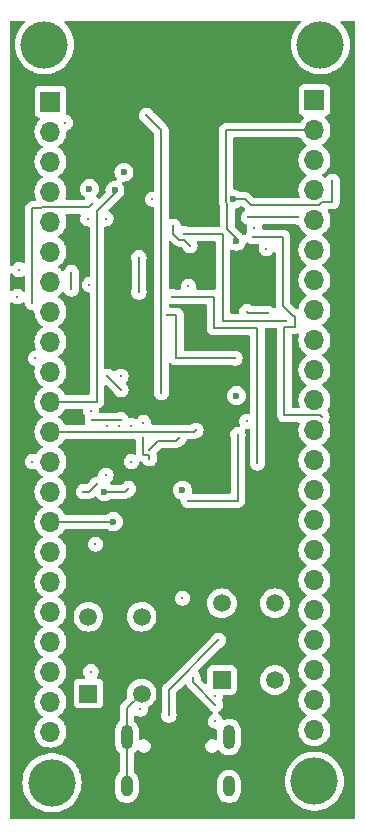
<source format=gbr>
%TF.GenerationSoftware,KiCad,Pcbnew,8.0.3*%
%TF.CreationDate,2024-07-05T15:20:34+05:30*%
%TF.ProjectId,multilayer1,6d756c74-696c-4617-9965-72312e6b6963,rev?*%
%TF.SameCoordinates,Original*%
%TF.FileFunction,Copper,L3,Inr*%
%TF.FilePolarity,Positive*%
%FSLAX46Y46*%
G04 Gerber Fmt 4.6, Leading zero omitted, Abs format (unit mm)*
G04 Created by KiCad (PCBNEW 8.0.3) date 2024-07-05 15:20:34*
%MOMM*%
%LPD*%
G01*
G04 APERTURE LIST*
%TA.AperFunction,ComponentPad*%
%ADD10R,1.508000X1.508000*%
%TD*%
%TA.AperFunction,ComponentPad*%
%ADD11C,1.508000*%
%TD*%
%TA.AperFunction,ComponentPad*%
%ADD12O,1.000000X2.100000*%
%TD*%
%TA.AperFunction,ComponentPad*%
%ADD13O,1.000000X1.800000*%
%TD*%
%TA.AperFunction,ComponentPad*%
%ADD14R,1.700000X1.700000*%
%TD*%
%TA.AperFunction,ComponentPad*%
%ADD15O,1.700000X1.700000*%
%TD*%
%TA.AperFunction,ViaPad*%
%ADD16C,4.000000*%
%TD*%
%TA.AperFunction,ViaPad*%
%ADD17C,0.300000*%
%TD*%
%TA.AperFunction,ViaPad*%
%ADD18C,0.600000*%
%TD*%
%TA.AperFunction,Conductor*%
%ADD19C,0.200000*%
%TD*%
G04 APERTURE END LIST*
D10*
%TO.N,/GPIO12*%
%TO.C,reset1*%
X156754000Y-127329000D03*
D11*
X156754000Y-120829000D03*
X161254000Y-127329000D03*
X161254000Y-120829000D03*
%TD*%
D12*
%TO.N,/GPIO12*%
%TO.C,J2*%
X160018000Y-131007000D03*
D13*
X160018000Y-135187000D03*
D12*
X168658000Y-131007000D03*
D13*
X168658000Y-135187000D03*
%TD*%
D10*
%TO.N,/GPIO12*%
%TO.C,boot1*%
X168057000Y-126186000D03*
D11*
%TO.N,/GPIO0*%
X168057000Y-119686000D03*
%TO.N,/GPIO12*%
X172557000Y-126186000D03*
%TO.N,/GPIO0*%
X172557000Y-119686000D03*
%TD*%
D14*
%TO.N,/GPIO12*%
%TO.C,J1*%
X153543000Y-77216000D03*
D15*
%TO.N,/GPIO0*%
X153543000Y-79756000D03*
%TO.N,/GPIO1*%
X153543000Y-82296000D03*
%TO.N,/GPIO2*%
X153543000Y-84836000D03*
%TO.N,/GPIO3*%
X153543000Y-87376000D03*
%TO.N,/GPIO4*%
X153543000Y-89916000D03*
%TO.N,/GPIO12*%
X153543000Y-92456000D03*
%TO.N,/GPIO6*%
X153543000Y-94996000D03*
%TO.N,/GPIO7*%
X153543000Y-97536000D03*
%TO.N,/GPIO8*%
X153543000Y-100076000D03*
%TO.N,/GPIO9*%
X153543000Y-102616000D03*
%TO.N,/GPIO10*%
X153543000Y-105156000D03*
%TO.N,/GPIO11*%
X153543000Y-107696000D03*
%TO.N,/GPIO12*%
X153543000Y-110236000D03*
%TO.N,/GPIO13*%
X153543000Y-112776000D03*
%TO.N,/GPIO14*%
X153543000Y-115316000D03*
%TO.N,/GPIO15*%
X153543000Y-117856000D03*
%TO.N,/GPIO16*%
X153543000Y-120396000D03*
%TO.N,/I2C_SCL*%
X153543000Y-122936000D03*
%TO.N,/I2C_SDA*%
X153543000Y-125476000D03*
%TO.N,/5VUSB*%
X153543000Y-128016000D03*
%TO.N,/GPIO12*%
X153543000Y-130556000D03*
%TD*%
D14*
%TO.N,/GPIO12*%
%TO.C,J3*%
X175895000Y-77089000D03*
D15*
X175895000Y-79629000D03*
%TO.N,/GPIO46*%
X175895000Y-82169000D03*
%TO.N,/GPIO45*%
X175895000Y-84709000D03*
%TO.N,/RXD*%
X175895000Y-87249000D03*
%TO.N,/TXD*%
X175895000Y-89789000D03*
%TO.N,/GPIO42*%
X175895000Y-92329000D03*
%TO.N,/GPIO41*%
X175895000Y-94869000D03*
%TO.N,/GPIO40*%
X175895000Y-97409000D03*
%TO.N,/GPIO39*%
X175895000Y-99949000D03*
%TO.N,/GPIO38*%
X175895000Y-102489000D03*
%TO.N,/GPIO12*%
X175895000Y-105029000D03*
%TO.N,/GPIO36*%
X175895000Y-107569000D03*
%TO.N,/GPIO35*%
X175895000Y-110109000D03*
%TO.N,/GPIO34*%
X175895000Y-112649000D03*
%TO.N,/GPIO33*%
X175895000Y-115189000D03*
%TO.N,/GPIO26*%
X175895000Y-117729000D03*
%TO.N,/GPIO12*%
X175895000Y-120269000D03*
X175895000Y-122809000D03*
X175895000Y-125349000D03*
%TO.N,/GPIO48*%
X175895000Y-127889000D03*
%TO.N,/GPIO47*%
X175895000Y-130429000D03*
%TD*%
D16*
%TO.N,*%
X175895000Y-134747000D03*
X176403000Y-72390000D03*
X153670000Y-134874000D03*
X153035000Y-72390000D03*
D17*
%TO.N,/GPIO0*%
X161671000Y-78359000D03*
X162941000Y-101854000D03*
%TO.N,/5VUSB*%
X165227000Y-92837000D03*
X150876000Y-91440000D03*
%TO.N,Net-(D2-K)*%
X158369000Y-100457000D03*
X159512000Y-101600000D03*
%TO.N,Net-(D2-A)*%
X171069000Y-107823000D03*
X163830000Y-93726000D03*
%TO.N,/I2C_SCL*%
X161036000Y-90424000D03*
X150749000Y-93726000D03*
X169164000Y-98933000D03*
X156845000Y-92710000D03*
X161036000Y-93345000D03*
X163449000Y-95250000D03*
D18*
%TO.N,/GPIO13*%
X158877000Y-112776000D03*
D17*
%TO.N,/I2C_SDA*%
X156972000Y-125476000D03*
X163947000Y-87757000D03*
X165354000Y-89408000D03*
X170180000Y-104267000D03*
%TO.N,/GPIO11*%
X152019000Y-107696000D03*
X156718000Y-87122000D03*
%TO.N,/GPIO8*%
X155321000Y-93091000D03*
X155321000Y-91694000D03*
%TO.N,/GPIO16*%
X157099000Y-104140000D03*
X159512000Y-104140000D03*
D18*
%TO.N,/GPIO9*%
X159004000Y-84709000D03*
%TO.N,/GPIO10*%
X159766000Y-83185000D03*
X156845000Y-84582000D03*
D17*
X165862000Y-105029000D03*
D18*
%TO.N,Net-(J2-CC2)*%
X164719000Y-110109000D03*
D17*
%TO.N,Net-(J2-VBUS-PadA4)*%
X158369000Y-104648000D03*
X159385000Y-104648000D03*
%TO.N,/GPIO34*%
X170307000Y-86995000D03*
X174498000Y-86995000D03*
%TO.N,/GPIO47*%
X176530000Y-103886000D03*
X170688000Y-88646000D03*
D18*
%TO.N,/GPIO33*%
X169037000Y-85471000D03*
D17*
X177419000Y-83947000D03*
%TO.N,/GPIO12*%
X158242000Y-87122000D03*
X165227000Y-110998000D03*
X157353000Y-114681000D03*
D18*
X169291000Y-102108000D03*
D17*
X160147000Y-109982000D03*
X154813000Y-78994000D03*
X170815000Y-87884000D03*
X163576000Y-129159000D03*
X159512000Y-100457000D03*
X169418000Y-105410000D03*
X160401000Y-107696000D03*
X170180000Y-94996000D03*
X160401000Y-104648000D03*
X152273000Y-98933000D03*
X156972000Y-103378000D03*
X167513000Y-129667000D03*
X171958000Y-95123000D03*
X167767000Y-122809000D03*
X162179000Y-85471000D03*
X165608000Y-125984000D03*
X161925000Y-106680000D03*
X158242000Y-108839000D03*
X164465000Y-105664000D03*
D18*
X169291000Y-89027000D03*
D17*
X171831000Y-89662000D03*
X161417000Y-104394000D03*
X167513000Y-127508000D03*
X168148000Y-95758000D03*
D18*
X158115000Y-110236000D03*
D17*
X161163000Y-128651000D03*
X164719000Y-119253000D03*
X161925000Y-107442000D03*
X173482000Y-95758000D03*
X164846000Y-88392000D03*
X157480000Y-109601000D03*
X156337000Y-110236000D03*
X161417000Y-105664000D03*
X167513000Y-128270000D03*
X152019000Y-94234000D03*
X157099000Y-85852000D03*
%TD*%
D19*
%TO.N,/GPIO0*%
X162941000Y-79629000D02*
X162941000Y-101854000D01*
X161671000Y-78359000D02*
X162941000Y-79629000D01*
%TO.N,Net-(D2-K)*%
X159512000Y-101600000D02*
X158369000Y-100457000D01*
%TO.N,Net-(D2-A)*%
X171069000Y-107823000D02*
X171069000Y-96393000D01*
X167386000Y-96393000D02*
X167386000Y-93726000D01*
X167386000Y-93726000D02*
X163830000Y-93726000D01*
X171069000Y-96393000D02*
X167386000Y-96393000D01*
%TO.N,/I2C_SCL*%
X164211000Y-98933000D02*
X164211000Y-95250000D01*
X169164000Y-98933000D02*
X164211000Y-98933000D01*
X161036000Y-93345000D02*
X161036000Y-90424000D01*
X164211000Y-95250000D02*
X163449000Y-95250000D01*
%TO.N,/GPIO13*%
X158877000Y-112776000D02*
X153543000Y-112776000D01*
%TO.N,/I2C_SDA*%
X164846000Y-88900000D02*
X165354000Y-89408000D01*
X163947000Y-88382000D02*
X164465000Y-88900000D01*
X163947000Y-87757000D02*
X163947000Y-88382000D01*
X164465000Y-88900000D02*
X164846000Y-88900000D01*
%TO.N,/GPIO8*%
X155321000Y-91694000D02*
X155321000Y-93091000D01*
%TO.N,/GPIO16*%
X159512000Y-104140000D02*
X157099000Y-104140000D01*
%TO.N,/GPIO9*%
X159131000Y-84836000D02*
X159004000Y-84709000D01*
X157480000Y-102616000D02*
X153543000Y-102616000D01*
X157480000Y-86487000D02*
X157480000Y-102616000D01*
X159131000Y-84836000D02*
X157480000Y-86487000D01*
%TO.N,/GPIO10*%
X165862000Y-105029000D02*
X165735000Y-105156000D01*
X165735000Y-105156000D02*
X153543000Y-105156000D01*
%TO.N,/GPIO34*%
X174498000Y-86995000D02*
X170307000Y-86995000D01*
%TO.N,/GPIO47*%
X173355000Y-96266000D02*
X173863000Y-96266000D01*
X176403000Y-103759000D02*
X173355000Y-103759000D01*
X173609000Y-94869000D02*
X173228000Y-94488000D01*
X174244000Y-96266000D02*
X174244000Y-95377000D01*
X173228000Y-94488000D02*
X173228000Y-88646000D01*
X173355000Y-103759000D02*
X173355000Y-96266000D01*
X174117000Y-95377000D02*
X173609000Y-94869000D01*
X173863000Y-96266000D02*
X174244000Y-96266000D01*
X176530000Y-103886000D02*
X176403000Y-103759000D01*
X174244000Y-95377000D02*
X174117000Y-95377000D01*
X173228000Y-88646000D02*
X170688000Y-88646000D01*
%TO.N,/GPIO33*%
X176276000Y-85979000D02*
X176530000Y-85725000D01*
X177419000Y-85725000D02*
X177419000Y-83947000D01*
X169037000Y-85471000D02*
X170053000Y-85471000D01*
X170561000Y-85979000D02*
X176276000Y-85979000D01*
X170053000Y-85471000D02*
X170561000Y-85979000D01*
X176530000Y-85725000D02*
X177419000Y-85725000D01*
%TO.N,/GPIO12*%
X159893000Y-110236000D02*
X160147000Y-109982000D01*
X155829000Y-86106000D02*
X156845000Y-86106000D01*
X167513000Y-128270000D02*
X165608000Y-126365000D01*
X152019000Y-86233000D02*
X152019000Y-94234000D01*
X168148000Y-88392000D02*
X164846000Y-88392000D01*
X156845000Y-110236000D02*
X157480000Y-109601000D01*
X168402000Y-79629000D02*
X168402000Y-85725000D01*
X152781000Y-86233000D02*
X152019000Y-86233000D01*
X160018000Y-131007000D02*
X160018000Y-128565000D01*
X160018000Y-128565000D02*
X161254000Y-127329000D01*
X161925000Y-107130000D02*
X161486000Y-107130000D01*
X162687000Y-105918000D02*
X164211000Y-105918000D01*
X156337000Y-110236000D02*
X156845000Y-110236000D01*
X163576000Y-127000000D02*
X163576000Y-129159000D01*
X161486000Y-107130000D02*
X161417000Y-107061000D01*
X165608000Y-126365000D02*
X165608000Y-125984000D01*
X155829000Y-86106000D02*
X152908000Y-86106000D01*
X160018000Y-131007000D02*
X160018000Y-135187000D01*
X158115000Y-110236000D02*
X159893000Y-110236000D01*
X161417000Y-107061000D02*
X161417000Y-105664000D01*
X171958000Y-95123000D02*
X170307000Y-95123000D01*
X175895000Y-79629000D02*
X168402000Y-79629000D01*
X173482000Y-95758000D02*
X168148000Y-95758000D01*
X164211000Y-105918000D02*
X164465000Y-105664000D01*
X161925000Y-106680000D02*
X162687000Y-105918000D01*
X152908000Y-86106000D02*
X152781000Y-86233000D01*
X168529000Y-85852000D02*
X168529000Y-88011000D01*
X169418000Y-110998000D02*
X169418000Y-105410000D01*
X168529000Y-88011000D02*
X169291000Y-88773000D01*
X161925000Y-107442000D02*
X161925000Y-107130000D01*
X156845000Y-86106000D02*
X157099000Y-85852000D01*
X169291000Y-88773000D02*
X169291000Y-89027000D01*
X168148000Y-95758000D02*
X168148000Y-88392000D01*
X168656000Y-131005000D02*
X168658000Y-131007000D01*
X165227000Y-110998000D02*
X169418000Y-110998000D01*
X170307000Y-95123000D02*
X170180000Y-94996000D01*
X168402000Y-85725000D02*
X168529000Y-85852000D01*
X167767000Y-122809000D02*
X163576000Y-127000000D01*
%TD*%
%TA.AperFunction,NonConductor*%
G36*
X150311703Y-91774520D02*
G01*
X150332550Y-91797794D01*
X150385514Y-91874527D01*
X150385516Y-91874529D01*
X150385517Y-91874530D01*
X150503760Y-91979283D01*
X150503762Y-91979284D01*
X150643634Y-92052696D01*
X150797014Y-92090500D01*
X150797015Y-92090500D01*
X150954985Y-92090500D01*
X151108365Y-92052696D01*
X151236875Y-91985247D01*
X151305381Y-91971522D01*
X151370435Y-91997014D01*
X151411380Y-92053629D01*
X151418500Y-92095044D01*
X151418500Y-93174548D01*
X151398815Y-93241587D01*
X151346011Y-93287342D01*
X151276853Y-93297286D01*
X151213297Y-93268261D01*
X151212274Y-93267364D01*
X151121240Y-93186717D01*
X151121238Y-93186715D01*
X150981365Y-93113303D01*
X150827986Y-93075500D01*
X150827985Y-93075500D01*
X150670015Y-93075500D01*
X150670014Y-93075500D01*
X150516634Y-93113303D01*
X150376762Y-93186715D01*
X150312727Y-93243445D01*
X150249493Y-93273166D01*
X150180230Y-93263982D01*
X150126927Y-93218810D01*
X150106507Y-93151990D01*
X150106500Y-93150629D01*
X150106500Y-91868233D01*
X150126185Y-91801194D01*
X150178989Y-91755439D01*
X150248147Y-91745495D01*
X150311703Y-91774520D01*
G37*
%TD.AperFunction*%
%TA.AperFunction,NonConductor*%
G36*
X156067262Y-86726185D02*
G01*
X156113017Y-86778989D01*
X156122961Y-86848147D01*
X156116165Y-86874471D01*
X156081763Y-86965181D01*
X156062722Y-87121999D01*
X156062722Y-87122000D01*
X156081762Y-87278818D01*
X156118619Y-87376000D01*
X156137780Y-87426523D01*
X156227517Y-87556530D01*
X156345760Y-87661283D01*
X156345762Y-87661284D01*
X156485634Y-87734696D01*
X156639014Y-87772500D01*
X156755500Y-87772500D01*
X156822539Y-87792185D01*
X156868294Y-87844989D01*
X156879500Y-87896500D01*
X156879500Y-91935866D01*
X156859815Y-92002905D01*
X156807011Y-92048660D01*
X156770445Y-92058962D01*
X156766014Y-92059499D01*
X156612634Y-92097303D01*
X156472762Y-92170715D01*
X156354516Y-92275471D01*
X156264781Y-92405475D01*
X156264780Y-92405476D01*
X156208762Y-92553181D01*
X156189722Y-92709999D01*
X156189722Y-92710000D01*
X156208762Y-92866818D01*
X156252106Y-92981104D01*
X156264780Y-93014523D01*
X156354517Y-93144530D01*
X156472760Y-93249283D01*
X156472762Y-93249284D01*
X156612634Y-93322696D01*
X156757706Y-93358452D01*
X156766015Y-93360500D01*
X156766019Y-93360500D01*
X156770435Y-93361036D01*
X156834616Y-93388651D01*
X156873677Y-93446582D01*
X156879500Y-93484133D01*
X156879500Y-101891500D01*
X156859815Y-101958539D01*
X156807011Y-102004294D01*
X156755500Y-102015500D01*
X154832091Y-102015500D01*
X154765052Y-101995815D01*
X154719711Y-101943909D01*
X154717037Y-101938175D01*
X154717034Y-101938170D01*
X154717033Y-101938169D01*
X154653421Y-101847321D01*
X154581494Y-101744597D01*
X154414402Y-101577506D01*
X154414396Y-101577501D01*
X154228842Y-101447575D01*
X154185217Y-101392998D01*
X154178023Y-101323500D01*
X154209546Y-101261145D01*
X154228842Y-101244425D01*
X154258892Y-101223384D01*
X154414401Y-101114495D01*
X154581495Y-100947401D01*
X154717035Y-100753830D01*
X154816903Y-100539663D01*
X154878063Y-100311408D01*
X154898659Y-100076000D01*
X154878063Y-99840592D01*
X154816903Y-99612337D01*
X154717035Y-99398171D01*
X154665393Y-99324417D01*
X154581494Y-99204597D01*
X154414402Y-99037506D01*
X154414396Y-99037501D01*
X154228842Y-98907575D01*
X154185217Y-98852998D01*
X154178023Y-98783500D01*
X154209546Y-98721145D01*
X154228842Y-98704425D01*
X154251026Y-98688891D01*
X154414401Y-98574495D01*
X154581495Y-98407401D01*
X154717035Y-98213830D01*
X154816903Y-97999663D01*
X154878063Y-97771408D01*
X154898659Y-97536000D01*
X154878063Y-97300592D01*
X154816903Y-97072337D01*
X154717035Y-96858171D01*
X154698441Y-96831615D01*
X154581494Y-96664597D01*
X154414402Y-96497506D01*
X154414396Y-96497501D01*
X154228842Y-96367575D01*
X154185217Y-96312998D01*
X154178023Y-96243500D01*
X154209546Y-96181145D01*
X154228842Y-96164425D01*
X154251026Y-96148891D01*
X154414401Y-96034495D01*
X154581495Y-95867401D01*
X154717035Y-95673830D01*
X154816903Y-95459663D01*
X154878063Y-95231408D01*
X154898659Y-94996000D01*
X154878063Y-94760592D01*
X154816903Y-94532337D01*
X154717035Y-94318171D01*
X154687216Y-94275584D01*
X154581494Y-94124597D01*
X154414402Y-93957506D01*
X154414396Y-93957501D01*
X154228842Y-93827575D01*
X154185217Y-93772998D01*
X154178023Y-93703500D01*
X154209546Y-93641145D01*
X154228842Y-93624425D01*
X154251026Y-93608891D01*
X154414401Y-93494495D01*
X154543348Y-93365547D01*
X154604667Y-93332065D01*
X154674359Y-93337049D01*
X154730293Y-93378920D01*
X154740683Y-93395383D01*
X154773134Y-93442396D01*
X154830517Y-93525530D01*
X154948760Y-93630283D01*
X154948762Y-93630284D01*
X155088634Y-93703696D01*
X155242014Y-93741500D01*
X155242015Y-93741500D01*
X155399985Y-93741500D01*
X155553365Y-93703696D01*
X155591168Y-93683855D01*
X155693240Y-93630283D01*
X155811483Y-93525530D01*
X155901220Y-93395523D01*
X155957237Y-93247818D01*
X155976278Y-93091000D01*
X155975694Y-93086194D01*
X155971665Y-93053011D01*
X155957237Y-92934182D01*
X155929558Y-92861198D01*
X155921500Y-92817227D01*
X155921500Y-91967772D01*
X155929558Y-91923800D01*
X155951728Y-91865344D01*
X155957237Y-91850818D01*
X155976278Y-91694000D01*
X155971078Y-91651169D01*
X155957237Y-91537181D01*
X155920381Y-91440000D01*
X155901220Y-91389477D01*
X155811483Y-91259470D01*
X155693240Y-91154717D01*
X155693238Y-91154716D01*
X155693237Y-91154715D01*
X155553365Y-91081303D01*
X155399986Y-91043500D01*
X155399985Y-91043500D01*
X155242015Y-91043500D01*
X155242014Y-91043500D01*
X155088634Y-91081303D01*
X154948762Y-91154715D01*
X154830516Y-91259471D01*
X154740781Y-91389474D01*
X154711338Y-91467109D01*
X154669159Y-91522811D01*
X154603562Y-91546868D01*
X154535371Y-91531641D01*
X154507715Y-91510819D01*
X154464005Y-91467109D01*
X154414401Y-91417505D01*
X154414397Y-91417502D01*
X154414396Y-91417501D01*
X154228842Y-91287575D01*
X154185217Y-91232998D01*
X154178023Y-91163500D01*
X154209546Y-91101145D01*
X154228842Y-91084425D01*
X154251026Y-91068891D01*
X154414401Y-90954495D01*
X154581495Y-90787401D01*
X154717035Y-90593830D01*
X154816903Y-90379663D01*
X154878063Y-90151408D01*
X154898659Y-89916000D01*
X154878063Y-89680592D01*
X154816903Y-89452337D01*
X154717035Y-89238171D01*
X154694688Y-89206255D01*
X154581494Y-89044597D01*
X154414402Y-88877506D01*
X154414396Y-88877501D01*
X154228842Y-88747575D01*
X154185217Y-88692998D01*
X154178023Y-88623500D01*
X154209546Y-88561145D01*
X154228842Y-88544425D01*
X154256958Y-88524738D01*
X154414401Y-88414495D01*
X154581495Y-88247401D01*
X154717035Y-88053830D01*
X154816903Y-87839663D01*
X154878063Y-87611408D01*
X154898659Y-87376000D01*
X154878063Y-87140592D01*
X154816903Y-86912337D01*
X154803177Y-86882902D01*
X154792686Y-86813829D01*
X154821205Y-86750044D01*
X154879681Y-86711804D01*
X154915560Y-86706500D01*
X155749943Y-86706500D01*
X156000223Y-86706500D01*
X156067262Y-86726185D01*
G37*
%TD.AperFunction*%
%TA.AperFunction,NonConductor*%
G36*
X156263403Y-103236185D02*
G01*
X156309158Y-103288989D01*
X156319460Y-103355444D01*
X156316722Y-103377996D01*
X156316722Y-103378000D01*
X156335762Y-103534818D01*
X156391780Y-103682523D01*
X156462118Y-103784425D01*
X156474213Y-103801948D01*
X156496096Y-103868302D01*
X156488105Y-103916358D01*
X156462764Y-103983176D01*
X156462762Y-103983185D01*
X156443722Y-104139999D01*
X156443722Y-104140000D01*
X156462763Y-104296818D01*
X156497165Y-104387529D01*
X156502532Y-104457192D01*
X156469385Y-104518698D01*
X156408246Y-104552520D01*
X156381223Y-104555500D01*
X154832091Y-104555500D01*
X154765052Y-104535815D01*
X154719711Y-104483909D01*
X154717037Y-104478175D01*
X154717034Y-104478170D01*
X154717033Y-104478169D01*
X154633940Y-104359499D01*
X154581494Y-104284597D01*
X154414402Y-104117506D01*
X154414396Y-104117501D01*
X154228842Y-103987575D01*
X154185217Y-103932998D01*
X154178023Y-103863500D01*
X154209546Y-103801145D01*
X154228842Y-103784425D01*
X154309832Y-103727715D01*
X154414401Y-103654495D01*
X154581495Y-103487401D01*
X154717035Y-103293830D01*
X154719707Y-103288097D01*
X154765878Y-103235658D01*
X154832091Y-103216500D01*
X156196364Y-103216500D01*
X156263403Y-103236185D01*
G37*
%TD.AperFunction*%
%TA.AperFunction,NonConductor*%
G36*
X151307918Y-70370185D02*
G01*
X151353673Y-70422989D01*
X151363617Y-70492147D01*
X151334592Y-70555703D01*
X151325763Y-70564892D01*
X151208608Y-70674907D01*
X151208606Y-70674909D01*
X151008054Y-70917334D01*
X151008051Y-70917338D01*
X150839464Y-71182990D01*
X150839461Y-71182996D01*
X150705499Y-71467678D01*
X150705497Y-71467683D01*
X150608270Y-71766916D01*
X150549311Y-72075988D01*
X150549310Y-72075995D01*
X150529556Y-72389994D01*
X150529556Y-72390005D01*
X150549310Y-72704004D01*
X150549311Y-72704011D01*
X150608270Y-73013083D01*
X150705497Y-73312316D01*
X150705499Y-73312321D01*
X150839461Y-73597003D01*
X150839464Y-73597009D01*
X151008051Y-73862661D01*
X151008054Y-73862665D01*
X151208606Y-74105090D01*
X151208608Y-74105092D01*
X151437968Y-74320476D01*
X151437978Y-74320484D01*
X151692504Y-74505408D01*
X151692509Y-74505410D01*
X151692516Y-74505416D01*
X151968234Y-74656994D01*
X151968239Y-74656996D01*
X151968241Y-74656997D01*
X151968242Y-74656998D01*
X152260771Y-74772818D01*
X152260774Y-74772819D01*
X152565523Y-74851065D01*
X152565527Y-74851066D01*
X152631010Y-74859338D01*
X152877670Y-74890499D01*
X152877679Y-74890499D01*
X152877682Y-74890500D01*
X152877684Y-74890500D01*
X153192316Y-74890500D01*
X153192318Y-74890500D01*
X153192321Y-74890499D01*
X153192329Y-74890499D01*
X153378593Y-74866968D01*
X153504473Y-74851066D01*
X153809225Y-74772819D01*
X153809228Y-74772818D01*
X154101757Y-74656998D01*
X154101758Y-74656997D01*
X154101756Y-74656997D01*
X154101766Y-74656994D01*
X154377484Y-74505416D01*
X154632030Y-74320478D01*
X154861390Y-74105094D01*
X155061947Y-73862663D01*
X155230537Y-73597007D01*
X155364503Y-73312315D01*
X155461731Y-73013079D01*
X155520688Y-72704015D01*
X155540444Y-72390000D01*
X155520688Y-72075985D01*
X155461731Y-71766921D01*
X155364503Y-71467685D01*
X155230537Y-71182993D01*
X155061947Y-70917337D01*
X155061945Y-70917334D01*
X154861393Y-70674909D01*
X154861391Y-70674907D01*
X154744237Y-70564892D01*
X154708842Y-70504651D01*
X154711635Y-70434837D01*
X154751729Y-70377616D01*
X154816394Y-70351155D01*
X154829121Y-70350500D01*
X174608879Y-70350500D01*
X174675918Y-70370185D01*
X174721673Y-70422989D01*
X174731617Y-70492147D01*
X174702592Y-70555703D01*
X174693763Y-70564892D01*
X174576608Y-70674907D01*
X174576606Y-70674909D01*
X174376054Y-70917334D01*
X174376051Y-70917338D01*
X174207464Y-71182990D01*
X174207461Y-71182996D01*
X174073499Y-71467678D01*
X174073497Y-71467683D01*
X173976270Y-71766916D01*
X173917311Y-72075988D01*
X173917310Y-72075995D01*
X173897556Y-72389994D01*
X173897556Y-72390005D01*
X173917310Y-72704004D01*
X173917311Y-72704011D01*
X173976270Y-73013083D01*
X174073497Y-73312316D01*
X174073499Y-73312321D01*
X174207461Y-73597003D01*
X174207464Y-73597009D01*
X174376051Y-73862661D01*
X174376054Y-73862665D01*
X174576606Y-74105090D01*
X174576608Y-74105092D01*
X174805968Y-74320476D01*
X174805978Y-74320484D01*
X175060504Y-74505408D01*
X175060509Y-74505410D01*
X175060516Y-74505416D01*
X175336234Y-74656994D01*
X175336239Y-74656996D01*
X175336241Y-74656997D01*
X175336242Y-74656998D01*
X175628771Y-74772818D01*
X175628774Y-74772819D01*
X175933523Y-74851065D01*
X175933527Y-74851066D01*
X175999010Y-74859338D01*
X176245670Y-74890499D01*
X176245679Y-74890499D01*
X176245682Y-74890500D01*
X176245684Y-74890500D01*
X176560316Y-74890500D01*
X176560318Y-74890500D01*
X176560321Y-74890499D01*
X176560329Y-74890499D01*
X176746593Y-74866968D01*
X176872473Y-74851066D01*
X177177225Y-74772819D01*
X177177228Y-74772818D01*
X177469757Y-74656998D01*
X177469758Y-74656997D01*
X177469756Y-74656997D01*
X177469766Y-74656994D01*
X177745484Y-74505416D01*
X178000030Y-74320478D01*
X178229390Y-74105094D01*
X178429947Y-73862663D01*
X178598537Y-73597007D01*
X178732503Y-73312315D01*
X178829731Y-73013079D01*
X178888688Y-72704015D01*
X178908444Y-72390000D01*
X178888688Y-72075985D01*
X178829731Y-71766921D01*
X178732503Y-71467685D01*
X178598537Y-71182993D01*
X178429947Y-70917337D01*
X178429945Y-70917334D01*
X178229393Y-70674909D01*
X178229391Y-70674907D01*
X178112237Y-70564892D01*
X178076842Y-70504651D01*
X178079635Y-70434837D01*
X178119729Y-70377616D01*
X178184394Y-70351155D01*
X178197121Y-70350500D01*
X179207500Y-70350500D01*
X179274539Y-70370185D01*
X179320294Y-70422989D01*
X179331500Y-70474500D01*
X179331500Y-137805500D01*
X179311815Y-137872539D01*
X179259011Y-137918294D01*
X179207500Y-137929500D01*
X150230500Y-137929500D01*
X150163461Y-137909815D01*
X150117706Y-137857011D01*
X150106500Y-137805500D01*
X150106500Y-134873994D01*
X151164556Y-134873994D01*
X151164556Y-134874005D01*
X151184310Y-135188004D01*
X151184311Y-135188011D01*
X151184312Y-135188015D01*
X151219042Y-135370079D01*
X151243270Y-135497083D01*
X151340497Y-135796316D01*
X151340499Y-135796321D01*
X151474461Y-136081003D01*
X151474464Y-136081009D01*
X151643051Y-136346661D01*
X151643054Y-136346665D01*
X151843606Y-136589090D01*
X151843608Y-136589092D01*
X152072968Y-136804476D01*
X152072978Y-136804484D01*
X152327504Y-136989408D01*
X152327509Y-136989410D01*
X152327516Y-136989416D01*
X152603234Y-137140994D01*
X152603239Y-137140996D01*
X152603241Y-137140997D01*
X152603242Y-137140998D01*
X152895771Y-137256818D01*
X152895774Y-137256819D01*
X153200523Y-137335065D01*
X153200527Y-137335066D01*
X153266010Y-137343338D01*
X153512670Y-137374499D01*
X153512679Y-137374499D01*
X153512682Y-137374500D01*
X153512684Y-137374500D01*
X153827316Y-137374500D01*
X153827318Y-137374500D01*
X153827321Y-137374499D01*
X153827329Y-137374499D01*
X154013593Y-137350968D01*
X154139473Y-137335066D01*
X154444225Y-137256819D01*
X154444228Y-137256818D01*
X154736757Y-137140998D01*
X154736758Y-137140997D01*
X154736756Y-137140997D01*
X154736766Y-137140994D01*
X155012484Y-136989416D01*
X155267030Y-136804478D01*
X155496390Y-136589094D01*
X155696947Y-136346663D01*
X155865537Y-136081007D01*
X155999503Y-135796315D01*
X156096731Y-135497079D01*
X156155688Y-135188015D01*
X156163678Y-135061015D01*
X156175444Y-134874005D01*
X156175444Y-134873994D01*
X156155689Y-134559995D01*
X156155688Y-134559988D01*
X156155688Y-134559985D01*
X156096731Y-134250921D01*
X155999503Y-133951685D01*
X155985165Y-133921216D01*
X155939866Y-133824950D01*
X155865537Y-133666993D01*
X155830414Y-133611648D01*
X155696948Y-133401338D01*
X155696945Y-133401334D01*
X155496393Y-133158909D01*
X155496391Y-133158907D01*
X155267031Y-132943523D01*
X155267021Y-132943515D01*
X155012495Y-132758591D01*
X155012488Y-132758586D01*
X155012484Y-132758584D01*
X154736766Y-132607006D01*
X154736763Y-132607004D01*
X154736758Y-132607002D01*
X154736757Y-132607001D01*
X154444228Y-132491181D01*
X154444225Y-132491180D01*
X154139476Y-132412934D01*
X154139463Y-132412932D01*
X153827329Y-132373500D01*
X153827318Y-132373500D01*
X153512682Y-132373500D01*
X153512670Y-132373500D01*
X153200536Y-132412932D01*
X153200523Y-132412934D01*
X152895774Y-132491180D01*
X152895771Y-132491181D01*
X152603242Y-132607001D01*
X152603241Y-132607002D01*
X152327516Y-132758584D01*
X152327504Y-132758591D01*
X152072978Y-132943515D01*
X152072968Y-132943523D01*
X151843608Y-133158907D01*
X151843606Y-133158909D01*
X151643054Y-133401334D01*
X151643051Y-133401338D01*
X151474464Y-133666990D01*
X151474461Y-133666996D01*
X151340499Y-133951678D01*
X151340497Y-133951683D01*
X151243270Y-134250916D01*
X151184311Y-134559988D01*
X151184310Y-134559995D01*
X151164556Y-134873994D01*
X150106500Y-134873994D01*
X150106500Y-94301370D01*
X150126185Y-94234331D01*
X150178989Y-94188576D01*
X150248147Y-94178632D01*
X150311703Y-94207657D01*
X150312689Y-94208521D01*
X150359051Y-94249594D01*
X150376759Y-94265282D01*
X150376761Y-94265284D01*
X150516634Y-94338696D01*
X150670014Y-94376500D01*
X150670015Y-94376500D01*
X150827985Y-94376500D01*
X150981365Y-94338696D01*
X151121237Y-94265285D01*
X151121238Y-94265283D01*
X151121240Y-94265283D01*
X151166757Y-94224958D01*
X151229989Y-94195238D01*
X151299253Y-94204422D01*
X151352556Y-94249594D01*
X151372079Y-94302828D01*
X151382763Y-94390819D01*
X151388269Y-94405337D01*
X151438780Y-94538523D01*
X151528517Y-94668530D01*
X151646760Y-94773283D01*
X151646762Y-94773284D01*
X151786634Y-94846696D01*
X151940014Y-94884500D01*
X152063961Y-94884500D01*
X152131000Y-94904185D01*
X152176755Y-94956989D01*
X152187489Y-94997692D01*
X152207936Y-95231403D01*
X152207938Y-95231413D01*
X152269094Y-95459655D01*
X152269096Y-95459659D01*
X152269097Y-95459663D01*
X152309744Y-95546830D01*
X152368965Y-95673830D01*
X152368967Y-95673834D01*
X152504501Y-95867395D01*
X152504506Y-95867402D01*
X152671597Y-96034493D01*
X152671603Y-96034498D01*
X152857158Y-96164425D01*
X152900783Y-96219002D01*
X152907977Y-96288500D01*
X152876454Y-96350855D01*
X152857158Y-96367575D01*
X152671597Y-96497505D01*
X152504505Y-96664597D01*
X152368965Y-96858169D01*
X152368964Y-96858171D01*
X152269098Y-97072335D01*
X152269094Y-97072344D01*
X152207938Y-97300586D01*
X152207936Y-97300596D01*
X152187341Y-97535999D01*
X152187341Y-97536000D01*
X152207936Y-97771403D01*
X152207938Y-97771413D01*
X152269094Y-97999655D01*
X152269099Y-97999669D01*
X152318727Y-98106096D01*
X152329219Y-98175173D01*
X152300699Y-98238957D01*
X152242222Y-98277196D01*
X152206345Y-98282500D01*
X152194014Y-98282500D01*
X152040634Y-98320303D01*
X151900762Y-98393715D01*
X151782516Y-98498471D01*
X151692781Y-98628475D01*
X151692780Y-98628476D01*
X151636762Y-98776181D01*
X151617722Y-98932999D01*
X151617722Y-98933000D01*
X151636762Y-99089818D01*
X151692780Y-99237523D01*
X151782517Y-99367530D01*
X151900760Y-99472283D01*
X151900762Y-99472284D01*
X152040634Y-99545696D01*
X152040633Y-99545696D01*
X152148846Y-99572367D01*
X152209227Y-99607523D01*
X152241016Y-99669742D01*
X152238947Y-99724856D01*
X152207939Y-99840583D01*
X152207936Y-99840596D01*
X152187341Y-100075999D01*
X152187341Y-100076000D01*
X152207936Y-100311403D01*
X152207938Y-100311413D01*
X152269094Y-100539655D01*
X152269096Y-100539659D01*
X152269097Y-100539663D01*
X152303676Y-100613818D01*
X152368965Y-100753830D01*
X152368967Y-100753834D01*
X152504501Y-100947395D01*
X152504506Y-100947402D01*
X152671597Y-101114493D01*
X152671603Y-101114498D01*
X152857158Y-101244425D01*
X152900783Y-101299002D01*
X152907977Y-101368500D01*
X152876454Y-101430855D01*
X152857158Y-101447575D01*
X152671597Y-101577505D01*
X152504505Y-101744597D01*
X152368965Y-101938169D01*
X152368964Y-101938171D01*
X152269098Y-102152335D01*
X152269094Y-102152344D01*
X152207938Y-102380586D01*
X152207936Y-102380596D01*
X152187341Y-102615999D01*
X152187341Y-102616000D01*
X152207936Y-102851403D01*
X152207938Y-102851413D01*
X152269094Y-103079655D01*
X152269096Y-103079659D01*
X152269097Y-103079663D01*
X152335089Y-103221182D01*
X152368965Y-103293830D01*
X152368967Y-103293834D01*
X152504501Y-103487395D01*
X152504506Y-103487402D01*
X152671597Y-103654493D01*
X152671603Y-103654498D01*
X152857158Y-103784425D01*
X152900783Y-103839002D01*
X152907977Y-103908500D01*
X152876454Y-103970855D01*
X152857158Y-103987575D01*
X152671597Y-104117505D01*
X152504505Y-104284597D01*
X152368965Y-104478169D01*
X152368964Y-104478171D01*
X152269098Y-104692335D01*
X152269094Y-104692344D01*
X152207938Y-104920586D01*
X152207936Y-104920596D01*
X152187341Y-105155999D01*
X152187341Y-105156000D01*
X152207936Y-105391403D01*
X152207938Y-105391413D01*
X152269094Y-105619655D01*
X152269096Y-105619659D01*
X152269097Y-105619663D01*
X152332906Y-105756501D01*
X152368965Y-105833830D01*
X152368967Y-105833834D01*
X152504501Y-106027395D01*
X152504506Y-106027402D01*
X152671597Y-106194493D01*
X152671603Y-106194498D01*
X152857158Y-106324425D01*
X152900783Y-106379002D01*
X152907977Y-106448500D01*
X152876454Y-106510855D01*
X152857158Y-106527575D01*
X152671597Y-106657505D01*
X152504505Y-106824597D01*
X152368963Y-107018172D01*
X152367977Y-107019881D01*
X152367346Y-107020482D01*
X152365860Y-107022605D01*
X152365433Y-107022306D01*
X152317404Y-107068091D01*
X152248795Y-107081305D01*
X152230923Y-107078265D01*
X152097986Y-107045500D01*
X152097985Y-107045500D01*
X151940015Y-107045500D01*
X151940014Y-107045500D01*
X151786634Y-107083303D01*
X151646762Y-107156715D01*
X151528516Y-107261471D01*
X151438781Y-107391475D01*
X151438780Y-107391476D01*
X151382762Y-107539181D01*
X151363722Y-107695999D01*
X151363722Y-107696000D01*
X151382762Y-107852818D01*
X151438780Y-108000523D01*
X151528517Y-108130530D01*
X151646760Y-108235283D01*
X151646762Y-108235284D01*
X151786634Y-108308696D01*
X151940014Y-108346500D01*
X151940015Y-108346500D01*
X152097985Y-108346500D01*
X152230924Y-108313734D01*
X152300724Y-108316803D01*
X152357786Y-108357123D01*
X152367985Y-108372132D01*
X152368962Y-108373823D01*
X152368965Y-108373830D01*
X152481451Y-108534477D01*
X152504501Y-108567395D01*
X152504506Y-108567402D01*
X152671597Y-108734493D01*
X152671603Y-108734498D01*
X152857158Y-108864425D01*
X152900783Y-108919002D01*
X152907977Y-108988500D01*
X152876454Y-109050855D01*
X152857158Y-109067575D01*
X152671597Y-109197505D01*
X152504505Y-109364597D01*
X152368965Y-109558169D01*
X152368964Y-109558171D01*
X152269098Y-109772335D01*
X152269094Y-109772344D01*
X152207938Y-110000586D01*
X152207936Y-110000596D01*
X152187341Y-110235999D01*
X152187341Y-110236000D01*
X152207936Y-110471403D01*
X152207938Y-110471413D01*
X152269094Y-110699655D01*
X152269096Y-110699659D01*
X152269097Y-110699663D01*
X152344848Y-110862111D01*
X152368965Y-110913830D01*
X152368967Y-110913834D01*
X152458406Y-111041565D01*
X152483256Y-111077055D01*
X152504501Y-111107395D01*
X152504506Y-111107402D01*
X152671597Y-111274493D01*
X152671603Y-111274498D01*
X152857158Y-111404425D01*
X152900783Y-111459002D01*
X152907977Y-111528500D01*
X152876454Y-111590855D01*
X152857158Y-111607575D01*
X152671597Y-111737505D01*
X152504505Y-111904597D01*
X152368965Y-112098169D01*
X152368964Y-112098171D01*
X152269098Y-112312335D01*
X152269094Y-112312344D01*
X152207938Y-112540586D01*
X152207936Y-112540596D01*
X152187341Y-112775999D01*
X152187341Y-112776000D01*
X152207936Y-113011403D01*
X152207938Y-113011413D01*
X152269094Y-113239655D01*
X152269096Y-113239659D01*
X152269097Y-113239663D01*
X152341839Y-113395658D01*
X152368965Y-113453830D01*
X152368967Y-113453834D01*
X152504501Y-113647395D01*
X152504506Y-113647402D01*
X152671597Y-113814493D01*
X152671603Y-113814498D01*
X152857158Y-113944425D01*
X152900783Y-113999002D01*
X152907977Y-114068500D01*
X152876454Y-114130855D01*
X152857158Y-114147575D01*
X152671597Y-114277505D01*
X152504505Y-114444597D01*
X152368965Y-114638169D01*
X152368964Y-114638171D01*
X152269098Y-114852335D01*
X152269094Y-114852344D01*
X152207938Y-115080586D01*
X152207936Y-115080596D01*
X152187341Y-115315999D01*
X152187341Y-115316000D01*
X152207936Y-115551403D01*
X152207938Y-115551413D01*
X152269094Y-115779655D01*
X152269096Y-115779659D01*
X152269097Y-115779663D01*
X152309744Y-115866830D01*
X152368965Y-115993830D01*
X152368967Y-115993834D01*
X152504501Y-116187395D01*
X152504506Y-116187402D01*
X152671597Y-116354493D01*
X152671603Y-116354498D01*
X152857158Y-116484425D01*
X152900783Y-116539002D01*
X152907977Y-116608500D01*
X152876454Y-116670855D01*
X152857158Y-116687575D01*
X152671597Y-116817505D01*
X152504505Y-116984597D01*
X152368965Y-117178169D01*
X152368964Y-117178171D01*
X152269098Y-117392335D01*
X152269094Y-117392344D01*
X152207938Y-117620586D01*
X152207936Y-117620596D01*
X152187341Y-117855999D01*
X152187341Y-117856000D01*
X152207936Y-118091403D01*
X152207938Y-118091413D01*
X152269094Y-118319655D01*
X152269096Y-118319659D01*
X152269097Y-118319663D01*
X152309744Y-118406830D01*
X152368965Y-118533830D01*
X152368967Y-118533834D01*
X152415579Y-118600402D01*
X152500248Y-118721322D01*
X152504501Y-118727395D01*
X152504506Y-118727402D01*
X152671597Y-118894493D01*
X152671603Y-118894498D01*
X152857158Y-119024425D01*
X152900783Y-119079002D01*
X152907977Y-119148500D01*
X152876454Y-119210855D01*
X152857158Y-119227575D01*
X152671597Y-119357505D01*
X152504505Y-119524597D01*
X152368965Y-119718169D01*
X152368964Y-119718171D01*
X152269098Y-119932335D01*
X152269094Y-119932344D01*
X152207938Y-120160586D01*
X152207936Y-120160596D01*
X152187341Y-120395999D01*
X152187341Y-120396000D01*
X152207936Y-120631403D01*
X152207938Y-120631413D01*
X152269094Y-120859655D01*
X152269096Y-120859659D01*
X152269097Y-120859663D01*
X152300106Y-120926161D01*
X152368965Y-121073830D01*
X152368967Y-121073834D01*
X152504501Y-121267395D01*
X152504506Y-121267402D01*
X152671597Y-121434493D01*
X152671603Y-121434498D01*
X152857158Y-121564425D01*
X152900783Y-121619002D01*
X152907977Y-121688500D01*
X152876454Y-121750855D01*
X152857158Y-121767575D01*
X152671597Y-121897505D01*
X152504505Y-122064597D01*
X152368965Y-122258169D01*
X152368964Y-122258171D01*
X152269098Y-122472335D01*
X152269094Y-122472344D01*
X152207938Y-122700586D01*
X152207936Y-122700596D01*
X152187341Y-122935999D01*
X152187341Y-122936000D01*
X152207936Y-123171403D01*
X152207938Y-123171413D01*
X152269094Y-123399655D01*
X152269096Y-123399659D01*
X152269097Y-123399663D01*
X152309744Y-123486830D01*
X152368965Y-123613830D01*
X152368967Y-123613834D01*
X152504501Y-123807395D01*
X152504506Y-123807402D01*
X152671597Y-123974493D01*
X152671603Y-123974498D01*
X152857158Y-124104425D01*
X152900783Y-124159002D01*
X152907977Y-124228500D01*
X152876454Y-124290855D01*
X152857158Y-124307575D01*
X152671597Y-124437505D01*
X152504505Y-124604597D01*
X152368965Y-124798169D01*
X152368964Y-124798171D01*
X152269098Y-125012335D01*
X152269094Y-125012344D01*
X152207938Y-125240586D01*
X152207936Y-125240596D01*
X152187341Y-125475999D01*
X152187341Y-125476000D01*
X152207936Y-125711403D01*
X152207938Y-125711413D01*
X152269094Y-125939655D01*
X152269096Y-125939659D01*
X152269097Y-125939663D01*
X152334961Y-126080908D01*
X152368965Y-126153830D01*
X152368967Y-126153834D01*
X152504501Y-126347395D01*
X152504506Y-126347402D01*
X152671597Y-126514493D01*
X152671603Y-126514498D01*
X152857158Y-126644425D01*
X152900783Y-126699002D01*
X152907977Y-126768500D01*
X152876454Y-126830855D01*
X152857158Y-126847575D01*
X152671597Y-126977505D01*
X152504505Y-127144597D01*
X152368965Y-127338169D01*
X152368964Y-127338171D01*
X152269098Y-127552335D01*
X152269094Y-127552344D01*
X152207938Y-127780586D01*
X152207936Y-127780596D01*
X152187341Y-128015999D01*
X152187341Y-128016000D01*
X152207936Y-128251403D01*
X152207938Y-128251413D01*
X152269094Y-128479655D01*
X152269096Y-128479659D01*
X152269097Y-128479663D01*
X152368965Y-128693830D01*
X152368967Y-128693834D01*
X152504501Y-128887395D01*
X152504506Y-128887402D01*
X152671597Y-129054493D01*
X152671603Y-129054498D01*
X152857158Y-129184425D01*
X152900783Y-129239002D01*
X152907977Y-129308500D01*
X152876454Y-129370855D01*
X152857158Y-129387575D01*
X152671597Y-129517505D01*
X152504505Y-129684597D01*
X152368965Y-129878169D01*
X152368964Y-129878171D01*
X152269098Y-130092335D01*
X152269094Y-130092344D01*
X152207938Y-130320586D01*
X152207936Y-130320596D01*
X152187341Y-130555999D01*
X152187341Y-130556000D01*
X152207936Y-130791403D01*
X152207938Y-130791413D01*
X152269094Y-131019655D01*
X152269096Y-131019659D01*
X152269097Y-131019663D01*
X152347944Y-131188751D01*
X152368965Y-131233830D01*
X152368967Y-131233834D01*
X152415579Y-131300402D01*
X152504505Y-131427401D01*
X152671599Y-131594495D01*
X152768384Y-131662265D01*
X152865165Y-131730032D01*
X152865167Y-131730033D01*
X152865170Y-131730035D01*
X153079337Y-131829903D01*
X153307592Y-131891063D01*
X153495918Y-131907539D01*
X153542999Y-131911659D01*
X153543000Y-131911659D01*
X153543001Y-131911659D01*
X153582234Y-131908226D01*
X153778408Y-131891063D01*
X154006663Y-131829903D01*
X154220830Y-131730035D01*
X154327216Y-131655543D01*
X159017499Y-131655543D01*
X159055947Y-131848829D01*
X159055950Y-131848839D01*
X159131364Y-132030907D01*
X159131371Y-132030920D01*
X159240860Y-132194781D01*
X159240863Y-132194785D01*
X159381181Y-132335103D01*
X159414666Y-132396426D01*
X159417500Y-132422784D01*
X159417500Y-133921216D01*
X159397815Y-133988255D01*
X159381181Y-134008897D01*
X159240863Y-134149214D01*
X159240860Y-134149218D01*
X159131371Y-134313079D01*
X159131364Y-134313092D01*
X159055950Y-134495160D01*
X159055947Y-134495170D01*
X159017500Y-134688456D01*
X159017500Y-134688459D01*
X159017500Y-135685541D01*
X159017500Y-135685543D01*
X159017499Y-135685543D01*
X159055947Y-135878829D01*
X159055950Y-135878839D01*
X159131364Y-136060907D01*
X159131371Y-136060920D01*
X159240860Y-136224781D01*
X159240863Y-136224785D01*
X159380214Y-136364136D01*
X159380218Y-136364139D01*
X159544079Y-136473628D01*
X159544092Y-136473635D01*
X159726160Y-136549049D01*
X159726165Y-136549051D01*
X159726169Y-136549051D01*
X159726170Y-136549052D01*
X159919456Y-136587500D01*
X159919459Y-136587500D01*
X160116543Y-136587500D01*
X160246582Y-136561632D01*
X160309835Y-136549051D01*
X160491914Y-136473632D01*
X160655782Y-136364139D01*
X160795139Y-136224782D01*
X160904632Y-136060914D01*
X160980051Y-135878835D01*
X161018500Y-135685543D01*
X167657499Y-135685543D01*
X167695947Y-135878829D01*
X167695950Y-135878839D01*
X167771364Y-136060907D01*
X167771371Y-136060920D01*
X167880860Y-136224781D01*
X167880863Y-136224785D01*
X168020214Y-136364136D01*
X168020218Y-136364139D01*
X168184079Y-136473628D01*
X168184092Y-136473635D01*
X168366160Y-136549049D01*
X168366165Y-136549051D01*
X168366169Y-136549051D01*
X168366170Y-136549052D01*
X168559456Y-136587500D01*
X168559459Y-136587500D01*
X168756543Y-136587500D01*
X168886582Y-136561632D01*
X168949835Y-136549051D01*
X169131914Y-136473632D01*
X169295782Y-136364139D01*
X169435139Y-136224782D01*
X169544632Y-136060914D01*
X169620051Y-135878835D01*
X169658500Y-135685541D01*
X169658500Y-134746994D01*
X173389556Y-134746994D01*
X173389556Y-134747005D01*
X173409310Y-135061004D01*
X173409311Y-135061011D01*
X173468270Y-135370083D01*
X173565497Y-135669316D01*
X173565499Y-135669321D01*
X173699461Y-135954003D01*
X173699464Y-135954009D01*
X173868051Y-136219661D01*
X173868054Y-136219665D01*
X174068606Y-136462090D01*
X174068608Y-136462092D01*
X174068610Y-136462094D01*
X174202154Y-136587500D01*
X174297968Y-136677476D01*
X174297978Y-136677484D01*
X174552504Y-136862408D01*
X174552509Y-136862410D01*
X174552516Y-136862416D01*
X174828234Y-137013994D01*
X174828239Y-137013996D01*
X174828241Y-137013997D01*
X174828242Y-137013998D01*
X175120771Y-137129818D01*
X175120774Y-137129819D01*
X175425523Y-137208065D01*
X175425527Y-137208066D01*
X175491010Y-137216338D01*
X175737670Y-137247499D01*
X175737679Y-137247499D01*
X175737682Y-137247500D01*
X175737684Y-137247500D01*
X176052316Y-137247500D01*
X176052318Y-137247500D01*
X176052321Y-137247499D01*
X176052329Y-137247499D01*
X176238593Y-137223968D01*
X176364473Y-137208066D01*
X176669225Y-137129819D01*
X176669228Y-137129818D01*
X176961757Y-137013998D01*
X176961758Y-137013997D01*
X176961756Y-137013997D01*
X176961766Y-137013994D01*
X177237484Y-136862416D01*
X177492030Y-136677478D01*
X177721390Y-136462094D01*
X177921947Y-136219663D01*
X178090537Y-135954007D01*
X178224503Y-135669315D01*
X178321731Y-135370079D01*
X178380688Y-135061015D01*
X178392454Y-134874000D01*
X178400444Y-134747005D01*
X178400444Y-134746994D01*
X178380689Y-134432995D01*
X178380688Y-134432988D01*
X178380688Y-134432985D01*
X178321731Y-134123921D01*
X178224503Y-133824685D01*
X178206534Y-133786500D01*
X178090538Y-133539996D01*
X178090537Y-133539993D01*
X178002544Y-133401338D01*
X177921948Y-133274338D01*
X177921945Y-133274334D01*
X177721393Y-133031909D01*
X177721391Y-133031907D01*
X177492031Y-132816523D01*
X177492021Y-132816515D01*
X177237495Y-132631591D01*
X177237488Y-132631586D01*
X177237484Y-132631584D01*
X176961766Y-132480006D01*
X176961763Y-132480004D01*
X176961758Y-132480002D01*
X176961757Y-132480001D01*
X176669228Y-132364181D01*
X176669225Y-132364180D01*
X176364476Y-132285934D01*
X176364463Y-132285932D01*
X176052329Y-132246500D01*
X176052318Y-132246500D01*
X175737682Y-132246500D01*
X175737670Y-132246500D01*
X175425536Y-132285932D01*
X175425523Y-132285934D01*
X175120774Y-132364180D01*
X175120771Y-132364181D01*
X174828242Y-132480001D01*
X174828241Y-132480002D01*
X174552516Y-132631584D01*
X174552504Y-132631591D01*
X174297978Y-132816515D01*
X174297968Y-132816523D01*
X174068608Y-133031907D01*
X174068606Y-133031909D01*
X173868054Y-133274334D01*
X173868051Y-133274338D01*
X173699464Y-133539990D01*
X173699461Y-133539996D01*
X173565499Y-133824678D01*
X173565497Y-133824683D01*
X173468270Y-134123916D01*
X173409311Y-134432988D01*
X173409310Y-134432995D01*
X173389556Y-134746994D01*
X169658500Y-134746994D01*
X169658500Y-134688459D01*
X169658500Y-134688456D01*
X169620052Y-134495170D01*
X169620051Y-134495169D01*
X169620051Y-134495165D01*
X169594297Y-134432988D01*
X169544635Y-134313092D01*
X169544628Y-134313079D01*
X169435139Y-134149218D01*
X169435136Y-134149214D01*
X169295785Y-134009863D01*
X169295781Y-134009860D01*
X169131920Y-133900371D01*
X169131907Y-133900364D01*
X168949839Y-133824950D01*
X168949829Y-133824947D01*
X168756543Y-133786500D01*
X168756541Y-133786500D01*
X168559459Y-133786500D01*
X168559457Y-133786500D01*
X168366170Y-133824947D01*
X168366160Y-133824950D01*
X168184092Y-133900364D01*
X168184079Y-133900371D01*
X168020218Y-134009860D01*
X168020214Y-134009863D01*
X167880863Y-134149214D01*
X167880860Y-134149218D01*
X167771371Y-134313079D01*
X167771364Y-134313092D01*
X167695950Y-134495160D01*
X167695947Y-134495170D01*
X167657500Y-134688456D01*
X167657500Y-134688459D01*
X167657500Y-135685541D01*
X167657500Y-135685543D01*
X167657499Y-135685543D01*
X161018500Y-135685543D01*
X161018500Y-135685541D01*
X161018500Y-134688459D01*
X161018500Y-134688456D01*
X160980052Y-134495170D01*
X160980051Y-134495169D01*
X160980051Y-134495165D01*
X160954297Y-134432988D01*
X160904635Y-134313092D01*
X160904628Y-134313079D01*
X160795139Y-134149218D01*
X160795136Y-134149214D01*
X160654819Y-134008897D01*
X160621334Y-133947574D01*
X160618500Y-133921216D01*
X160618500Y-132422784D01*
X160638185Y-132355745D01*
X160654819Y-132335103D01*
X160795136Y-132194785D01*
X160795139Y-132194782D01*
X160815241Y-132164696D01*
X160868852Y-132119891D01*
X160938177Y-132111182D01*
X161001205Y-132141336D01*
X161006025Y-132145905D01*
X161094635Y-132234515D01*
X161225865Y-132310281D01*
X161372234Y-132349500D01*
X161372236Y-132349500D01*
X161523764Y-132349500D01*
X161523766Y-132349500D01*
X161670135Y-132310281D01*
X161801365Y-132234515D01*
X161908515Y-132127365D01*
X161984281Y-131996135D01*
X162023500Y-131849766D01*
X162023500Y-131698234D01*
X161984281Y-131551865D01*
X161908515Y-131420635D01*
X161801365Y-131313485D01*
X161718087Y-131265404D01*
X161670136Y-131237719D01*
X161565584Y-131209705D01*
X161523766Y-131198500D01*
X161372234Y-131198500D01*
X161225862Y-131237719D01*
X161204499Y-131250054D01*
X161136598Y-131266525D01*
X161070572Y-131243673D01*
X161027382Y-131188751D01*
X161018500Y-131142666D01*
X161018500Y-130358456D01*
X160980052Y-130165170D01*
X160980051Y-130165169D01*
X160980051Y-130165165D01*
X160949884Y-130092335D01*
X160904635Y-129983092D01*
X160904628Y-129983079D01*
X160795139Y-129819218D01*
X160795136Y-129819214D01*
X160654819Y-129678897D01*
X160621334Y-129617574D01*
X160618500Y-129591216D01*
X160618500Y-129304995D01*
X160638185Y-129237956D01*
X160690989Y-129192201D01*
X160760147Y-129182257D01*
X160800126Y-129195199D01*
X160930634Y-129263696D01*
X161084014Y-129301500D01*
X161084015Y-129301500D01*
X161241985Y-129301500D01*
X161395365Y-129263696D01*
X161442415Y-129239002D01*
X161535240Y-129190283D01*
X161570553Y-129158999D01*
X162920722Y-129158999D01*
X162920722Y-129159000D01*
X162939762Y-129315818D01*
X162995780Y-129463523D01*
X163085517Y-129593530D01*
X163203760Y-129698283D01*
X163203762Y-129698284D01*
X163343634Y-129771696D01*
X163497014Y-129809500D01*
X163497015Y-129809500D01*
X163654985Y-129809500D01*
X163808365Y-129771696D01*
X163948240Y-129698283D01*
X164066483Y-129593530D01*
X164156220Y-129463523D01*
X164212237Y-129315818D01*
X164231278Y-129159000D01*
X164212237Y-129002182D01*
X164184558Y-128929198D01*
X164176500Y-128885227D01*
X164176500Y-127300097D01*
X164196185Y-127233058D01*
X164212819Y-127212416D01*
X164526944Y-126898291D01*
X164853640Y-126571594D01*
X164914961Y-126538111D01*
X164984652Y-126543095D01*
X165040586Y-126584966D01*
X165048705Y-126597275D01*
X165068340Y-126631282D01*
X165068341Y-126631284D01*
X165127477Y-126733712D01*
X165127481Y-126733717D01*
X165246349Y-126852585D01*
X165246355Y-126852590D01*
X166892263Y-128498498D01*
X166920523Y-128542206D01*
X166929862Y-128566830D01*
X166932780Y-128574523D01*
X167022517Y-128704530D01*
X167140760Y-128809283D01*
X167197946Y-128839296D01*
X167234922Y-128858704D01*
X167285134Y-128907289D01*
X167301108Y-128975308D01*
X167277772Y-129041166D01*
X167234922Y-129078296D01*
X167140761Y-129127716D01*
X167022516Y-129232471D01*
X166932781Y-129362475D01*
X166932780Y-129362476D01*
X166876762Y-129510181D01*
X166857722Y-129666999D01*
X166857722Y-129667000D01*
X166876762Y-129823818D01*
X166897376Y-129878171D01*
X166932780Y-129971523D01*
X167022517Y-130101530D01*
X167140760Y-130206283D01*
X167140762Y-130206284D01*
X167280634Y-130279696D01*
X167434014Y-130317500D01*
X167533500Y-130317500D01*
X167600539Y-130337185D01*
X167646294Y-130389989D01*
X167657500Y-130441500D01*
X167657500Y-131142666D01*
X167637815Y-131209705D01*
X167585011Y-131255460D01*
X167515853Y-131265404D01*
X167471501Y-131250054D01*
X167450137Y-131237719D01*
X167345584Y-131209705D01*
X167303766Y-131198500D01*
X167152234Y-131198500D01*
X167005863Y-131237719D01*
X166874635Y-131313485D01*
X166874632Y-131313487D01*
X166767487Y-131420632D01*
X166767485Y-131420635D01*
X166691719Y-131551863D01*
X166652500Y-131698234D01*
X166652500Y-131849765D01*
X166691719Y-131996136D01*
X166711802Y-132030920D01*
X166767485Y-132127365D01*
X166874635Y-132234515D01*
X167005865Y-132310281D01*
X167152234Y-132349500D01*
X167152236Y-132349500D01*
X167303764Y-132349500D01*
X167303766Y-132349500D01*
X167450135Y-132310281D01*
X167581365Y-132234515D01*
X167669977Y-132145902D01*
X167731296Y-132112420D01*
X167800988Y-132117404D01*
X167856922Y-132159275D01*
X167860757Y-132164695D01*
X167880860Y-132194781D01*
X167880863Y-132194785D01*
X168020214Y-132334136D01*
X168020218Y-132334139D01*
X168184079Y-132443628D01*
X168184092Y-132443635D01*
X168298880Y-132491181D01*
X168366165Y-132519051D01*
X168366169Y-132519051D01*
X168366170Y-132519052D01*
X168559456Y-132557500D01*
X168559459Y-132557500D01*
X168756543Y-132557500D01*
X168886582Y-132531632D01*
X168949835Y-132519051D01*
X169131914Y-132443632D01*
X169295782Y-132334139D01*
X169435139Y-132194782D01*
X169544632Y-132030914D01*
X169620051Y-131848835D01*
X169649079Y-131702903D01*
X169658500Y-131655543D01*
X169658500Y-130358456D01*
X169620052Y-130165170D01*
X169620051Y-130165169D01*
X169620051Y-130165165D01*
X169589884Y-130092335D01*
X169544635Y-129983092D01*
X169544628Y-129983079D01*
X169435139Y-129819218D01*
X169435136Y-129819214D01*
X169295785Y-129679863D01*
X169295781Y-129679860D01*
X169131920Y-129570371D01*
X169131907Y-129570364D01*
X168949839Y-129494950D01*
X168949829Y-129494947D01*
X168756543Y-129456500D01*
X168756541Y-129456500D01*
X168559459Y-129456500D01*
X168559457Y-129456500D01*
X168366170Y-129494947D01*
X168366160Y-129494950D01*
X168291769Y-129525764D01*
X168222300Y-129533233D01*
X168159821Y-129501957D01*
X168128375Y-129455174D01*
X168093220Y-129362477D01*
X168003483Y-129232470D01*
X167885240Y-129127717D01*
X167885238Y-129127716D01*
X167885237Y-129127715D01*
X167791078Y-129078296D01*
X167740865Y-129029712D01*
X167724891Y-128961692D01*
X167748226Y-128895835D01*
X167791078Y-128858704D01*
X167826042Y-128840352D01*
X167885240Y-128809283D01*
X168003483Y-128704530D01*
X168093220Y-128574523D01*
X168149237Y-128426818D01*
X168168278Y-128270000D01*
X168159328Y-128196285D01*
X168149237Y-128113181D01*
X168093218Y-127965473D01*
X168089056Y-127959444D01*
X168067170Y-127893091D01*
X168084633Y-127825438D01*
X168089056Y-127818556D01*
X168093218Y-127812526D01*
X168093218Y-127812525D01*
X168093220Y-127812523D01*
X168149237Y-127664818D01*
X168163233Y-127549552D01*
X168190855Y-127485374D01*
X168248789Y-127446318D01*
X168286329Y-127440499D01*
X168858871Y-127440499D01*
X168858872Y-127440499D01*
X168918483Y-127434091D01*
X169053331Y-127383796D01*
X169168546Y-127297546D01*
X169254796Y-127182331D01*
X169305091Y-127047483D01*
X169311500Y-126987873D01*
X169311499Y-126185997D01*
X171297708Y-126185997D01*
X171297708Y-126186002D01*
X171315335Y-126387493D01*
X171316839Y-126404674D01*
X171373653Y-126616703D01*
X171373654Y-126616706D01*
X171373655Y-126616708D01*
X171466419Y-126815642D01*
X171466423Y-126815650D01*
X171592322Y-126995452D01*
X171592327Y-126995458D01*
X171747541Y-127150672D01*
X171747547Y-127150677D01*
X171927349Y-127276576D01*
X171927351Y-127276577D01*
X171927354Y-127276579D01*
X172126297Y-127369347D01*
X172338326Y-127426161D01*
X172494521Y-127439826D01*
X172556998Y-127445292D01*
X172557000Y-127445292D01*
X172557002Y-127445292D01*
X172611797Y-127440498D01*
X172775674Y-127426161D01*
X172987703Y-127369347D01*
X173186646Y-127276579D01*
X173366457Y-127150674D01*
X173521674Y-126995457D01*
X173647579Y-126815646D01*
X173740347Y-126616703D01*
X173797161Y-126404674D01*
X173816292Y-126186000D01*
X173797161Y-125967326D01*
X173740347Y-125755297D01*
X173647579Y-125556354D01*
X173647577Y-125556351D01*
X173647576Y-125556349D01*
X173521677Y-125376547D01*
X173521672Y-125376541D01*
X173366458Y-125221327D01*
X173366452Y-125221322D01*
X173186650Y-125095423D01*
X173186642Y-125095419D01*
X172987708Y-125002655D01*
X172987706Y-125002654D01*
X172987703Y-125002653D01*
X172836885Y-124962240D01*
X172775675Y-124945839D01*
X172775668Y-124945838D01*
X172557002Y-124926708D01*
X172556998Y-124926708D01*
X172338331Y-124945838D01*
X172338324Y-124945839D01*
X172215902Y-124978642D01*
X172126297Y-125002653D01*
X172126295Y-125002653D01*
X172126291Y-125002655D01*
X171927357Y-125095419D01*
X171927349Y-125095423D01*
X171747547Y-125221322D01*
X171747541Y-125221327D01*
X171592327Y-125376541D01*
X171592322Y-125376547D01*
X171466423Y-125556349D01*
X171466419Y-125556357D01*
X171373655Y-125755291D01*
X171373653Y-125755295D01*
X171373653Y-125755297D01*
X171358284Y-125812655D01*
X171316839Y-125967324D01*
X171316838Y-125967331D01*
X171297708Y-126185997D01*
X169311499Y-126185997D01*
X169311499Y-125384128D01*
X169305091Y-125324517D01*
X169303101Y-125319182D01*
X169254797Y-125189671D01*
X169254793Y-125189664D01*
X169168547Y-125074455D01*
X169168544Y-125074452D01*
X169053335Y-124988206D01*
X169053328Y-124988202D01*
X168918482Y-124937908D01*
X168918483Y-124937908D01*
X168858883Y-124931501D01*
X168858881Y-124931500D01*
X168858873Y-124931500D01*
X168858864Y-124931500D01*
X167255129Y-124931500D01*
X167255123Y-124931501D01*
X167195516Y-124937908D01*
X167060671Y-124988202D01*
X167060664Y-124988206D01*
X166945455Y-125074452D01*
X166945452Y-125074455D01*
X166859206Y-125189664D01*
X166859202Y-125189671D01*
X166808908Y-125324517D01*
X166803315Y-125376543D01*
X166802501Y-125384123D01*
X166802500Y-125384135D01*
X166802500Y-126410903D01*
X166782815Y-126477942D01*
X166730011Y-126523697D01*
X166660853Y-126533641D01*
X166597297Y-126504616D01*
X166590819Y-126498584D01*
X166285718Y-126193483D01*
X166252233Y-126132160D01*
X166250303Y-126090858D01*
X166263278Y-125984000D01*
X166244237Y-125827182D01*
X166188220Y-125679477D01*
X166122599Y-125584408D01*
X166098482Y-125549468D01*
X166078987Y-125532198D01*
X166041860Y-125473009D01*
X166042626Y-125403143D01*
X166073530Y-125351703D01*
X167994805Y-123430428D01*
X168024855Y-123408316D01*
X168139240Y-123348283D01*
X168257483Y-123243530D01*
X168347220Y-123113523D01*
X168403237Y-122965818D01*
X168422278Y-122809000D01*
X168409116Y-122700596D01*
X168403237Y-122652181D01*
X168373432Y-122573592D01*
X168347220Y-122504477D01*
X168257483Y-122374470D01*
X168139240Y-122269717D01*
X168139238Y-122269716D01*
X168139237Y-122269715D01*
X167999365Y-122196303D01*
X167845986Y-122158500D01*
X167845985Y-122158500D01*
X167688015Y-122158500D01*
X167688014Y-122158500D01*
X167534634Y-122196303D01*
X167394762Y-122269715D01*
X167276516Y-122374471D01*
X167186779Y-122504477D01*
X167174523Y-122536793D01*
X167146263Y-122580500D01*
X163207286Y-126519478D01*
X163095481Y-126631282D01*
X163095480Y-126631284D01*
X163056180Y-126699354D01*
X163016423Y-126768215D01*
X162975499Y-126920943D01*
X162975499Y-126920945D01*
X162975499Y-127089046D01*
X162975500Y-127089059D01*
X162975500Y-128885227D01*
X162967442Y-128929198D01*
X162939763Y-129002181D01*
X162920722Y-129158999D01*
X161570553Y-129158999D01*
X161653483Y-129085530D01*
X161743220Y-128955523D01*
X161799237Y-128807818D01*
X161818278Y-128651000D01*
X161808992Y-128574521D01*
X161806031Y-128550135D01*
X161817492Y-128481212D01*
X161864395Y-128429426D01*
X161876714Y-128422810D01*
X161883646Y-128419579D01*
X162063457Y-128293674D01*
X162218674Y-128138457D01*
X162344579Y-127958646D01*
X162437347Y-127759703D01*
X162494161Y-127547674D01*
X162513292Y-127329000D01*
X162510763Y-127300097D01*
X162503092Y-127212416D01*
X162494161Y-127110326D01*
X162437347Y-126898297D01*
X162344579Y-126699354D01*
X162344577Y-126699351D01*
X162344576Y-126699349D01*
X162218677Y-126519547D01*
X162218672Y-126519541D01*
X162063458Y-126364327D01*
X162063452Y-126364322D01*
X161883650Y-126238423D01*
X161883642Y-126238419D01*
X161684708Y-126145655D01*
X161684706Y-126145654D01*
X161684703Y-126145653D01*
X161533885Y-126105240D01*
X161472675Y-126088839D01*
X161472668Y-126088838D01*
X161254002Y-126069708D01*
X161253998Y-126069708D01*
X161035331Y-126088838D01*
X161035324Y-126088839D01*
X160912902Y-126121642D01*
X160823297Y-126145653D01*
X160823295Y-126145653D01*
X160823291Y-126145655D01*
X160624357Y-126238419D01*
X160624349Y-126238423D01*
X160444547Y-126364322D01*
X160444541Y-126364327D01*
X160289327Y-126519541D01*
X160289322Y-126519547D01*
X160163423Y-126699349D01*
X160163419Y-126699357D01*
X160070655Y-126898291D01*
X160070653Y-126898295D01*
X160070653Y-126898297D01*
X160049430Y-126977501D01*
X160013839Y-127110324D01*
X160013838Y-127110331D01*
X159994708Y-127328997D01*
X159994708Y-127329002D01*
X159998238Y-127369347D01*
X160013838Y-127547668D01*
X160013839Y-127547672D01*
X160013840Y-127547679D01*
X160031710Y-127614374D01*
X160030047Y-127684224D01*
X159999616Y-127734147D01*
X159649286Y-128084478D01*
X159537481Y-128196282D01*
X159537480Y-128196284D01*
X159494921Y-128270000D01*
X159487361Y-128283094D01*
X159487359Y-128283096D01*
X159458425Y-128333209D01*
X159458424Y-128333210D01*
X159442544Y-128392472D01*
X159417499Y-128485943D01*
X159417499Y-128485945D01*
X159417499Y-128654046D01*
X159417500Y-128654059D01*
X159417500Y-129591216D01*
X159397815Y-129658255D01*
X159381181Y-129678897D01*
X159240863Y-129819214D01*
X159240860Y-129819218D01*
X159131371Y-129983079D01*
X159131364Y-129983092D01*
X159055950Y-130165160D01*
X159055947Y-130165170D01*
X159017500Y-130358456D01*
X159017500Y-130358459D01*
X159017500Y-131655541D01*
X159017500Y-131655543D01*
X159017499Y-131655543D01*
X154327216Y-131655543D01*
X154414401Y-131594495D01*
X154581495Y-131427401D01*
X154717035Y-131233830D01*
X154816903Y-131019663D01*
X154878063Y-130791408D01*
X154898659Y-130556000D01*
X154878063Y-130320592D01*
X154816903Y-130092337D01*
X154717035Y-129878171D01*
X154668952Y-129809500D01*
X154581494Y-129684597D01*
X154414402Y-129517506D01*
X154414396Y-129517501D01*
X154228842Y-129387575D01*
X154185217Y-129332998D01*
X154178023Y-129263500D01*
X154209546Y-129201145D01*
X154228842Y-129184425D01*
X154251026Y-129168891D01*
X154414401Y-129054495D01*
X154581495Y-128887401D01*
X154717035Y-128693830D01*
X154816903Y-128479663D01*
X154878063Y-128251408D01*
X154898659Y-128016000D01*
X154878063Y-127780592D01*
X154816903Y-127552337D01*
X154717035Y-127338171D01*
X154710614Y-127329000D01*
X154581494Y-127144597D01*
X154414402Y-126977506D01*
X154414396Y-126977501D01*
X154228842Y-126847575D01*
X154185217Y-126792998D01*
X154178023Y-126723500D01*
X154209546Y-126661145D01*
X154228842Y-126644425D01*
X154251026Y-126628891D01*
X154396349Y-126527135D01*
X155499500Y-126527135D01*
X155499500Y-128130870D01*
X155499501Y-128130876D01*
X155505908Y-128190483D01*
X155556202Y-128325328D01*
X155556206Y-128325335D01*
X155642452Y-128440544D01*
X155642455Y-128440547D01*
X155757664Y-128526793D01*
X155757671Y-128526797D01*
X155892517Y-128577091D01*
X155892516Y-128577091D01*
X155899444Y-128577835D01*
X155952127Y-128583500D01*
X157555872Y-128583499D01*
X157615483Y-128577091D01*
X157750331Y-128526796D01*
X157865546Y-128440546D01*
X157951796Y-128325331D01*
X158002091Y-128190483D01*
X158008500Y-128130873D01*
X158008499Y-126527128D01*
X158002091Y-126467517D01*
X157980975Y-126410903D01*
X157951797Y-126332671D01*
X157951793Y-126332664D01*
X157865547Y-126217455D01*
X157865544Y-126217452D01*
X157750335Y-126131206D01*
X157750328Y-126131202D01*
X157615482Y-126080908D01*
X157615484Y-126080908D01*
X157570715Y-126076095D01*
X157506164Y-126049356D01*
X157466317Y-125991963D01*
X157463824Y-125922138D01*
X157481918Y-125882372D01*
X157552220Y-125780523D01*
X157608237Y-125632818D01*
X157627278Y-125476000D01*
X157612186Y-125351701D01*
X157608237Y-125319181D01*
X157578432Y-125240592D01*
X157552220Y-125171477D01*
X157462483Y-125041470D01*
X157344240Y-124936717D01*
X157344238Y-124936716D01*
X157344237Y-124936715D01*
X157204365Y-124863303D01*
X157050986Y-124825500D01*
X157050985Y-124825500D01*
X156893015Y-124825500D01*
X156893014Y-124825500D01*
X156739634Y-124863303D01*
X156599762Y-124936715D01*
X156481516Y-125041471D01*
X156391781Y-125171475D01*
X156391780Y-125171476D01*
X156335762Y-125319181D01*
X156316722Y-125475999D01*
X156316722Y-125476000D01*
X156335762Y-125632818D01*
X156391780Y-125780523D01*
X156391781Y-125780524D01*
X156460485Y-125880060D01*
X156482368Y-125946415D01*
X156464902Y-126014066D01*
X156413635Y-126061536D01*
X156358435Y-126074500D01*
X155952129Y-126074500D01*
X155952123Y-126074501D01*
X155892516Y-126080908D01*
X155757671Y-126131202D01*
X155757664Y-126131206D01*
X155642455Y-126217452D01*
X155642452Y-126217455D01*
X155556206Y-126332664D01*
X155556202Y-126332671D01*
X155505908Y-126467517D01*
X155500315Y-126519543D01*
X155499501Y-126527123D01*
X155499500Y-126527135D01*
X154396349Y-126527135D01*
X154414401Y-126514495D01*
X154581495Y-126347401D01*
X154717035Y-126153830D01*
X154816903Y-125939663D01*
X154878063Y-125711408D01*
X154898659Y-125476000D01*
X154878063Y-125240592D01*
X154816903Y-125012337D01*
X154717035Y-124798171D01*
X154581495Y-124604599D01*
X154581494Y-124604597D01*
X154414402Y-124437506D01*
X154414396Y-124437501D01*
X154228842Y-124307575D01*
X154185217Y-124252998D01*
X154178023Y-124183500D01*
X154209546Y-124121145D01*
X154228842Y-124104425D01*
X154251026Y-124088891D01*
X154414401Y-123974495D01*
X154581495Y-123807401D01*
X154717035Y-123613830D01*
X154816903Y-123399663D01*
X154878063Y-123171408D01*
X154898659Y-122936000D01*
X154878063Y-122700592D01*
X154816903Y-122472337D01*
X154717035Y-122258171D01*
X154673716Y-122196304D01*
X154581494Y-122064597D01*
X154414402Y-121897506D01*
X154414396Y-121897501D01*
X154228842Y-121767575D01*
X154185217Y-121712998D01*
X154178023Y-121643500D01*
X154209546Y-121581145D01*
X154228842Y-121564425D01*
X154251026Y-121548891D01*
X154414401Y-121434495D01*
X154581495Y-121267401D01*
X154717035Y-121073830D01*
X154816903Y-120859663D01*
X154825120Y-120828997D01*
X155494708Y-120828997D01*
X155494708Y-120829002D01*
X155513838Y-121047668D01*
X155513839Y-121047675D01*
X155520849Y-121073834D01*
X155570653Y-121259703D01*
X155570654Y-121259706D01*
X155570655Y-121259708D01*
X155663419Y-121458642D01*
X155663423Y-121458650D01*
X155789322Y-121638452D01*
X155789327Y-121638458D01*
X155944541Y-121793672D01*
X155944547Y-121793677D01*
X156124349Y-121919576D01*
X156124351Y-121919577D01*
X156124354Y-121919579D01*
X156323297Y-122012347D01*
X156535326Y-122069161D01*
X156691521Y-122082826D01*
X156753998Y-122088292D01*
X156754000Y-122088292D01*
X156754002Y-122088292D01*
X156808668Y-122083509D01*
X156972674Y-122069161D01*
X157184703Y-122012347D01*
X157383646Y-121919579D01*
X157563457Y-121793674D01*
X157718674Y-121638457D01*
X157844579Y-121458646D01*
X157937347Y-121259703D01*
X157994161Y-121047674D01*
X158013292Y-120829000D01*
X158013292Y-120828997D01*
X159994708Y-120828997D01*
X159994708Y-120829002D01*
X160013838Y-121047668D01*
X160013839Y-121047675D01*
X160020849Y-121073834D01*
X160070653Y-121259703D01*
X160070654Y-121259706D01*
X160070655Y-121259708D01*
X160163419Y-121458642D01*
X160163423Y-121458650D01*
X160289322Y-121638452D01*
X160289327Y-121638458D01*
X160444541Y-121793672D01*
X160444547Y-121793677D01*
X160624349Y-121919576D01*
X160624351Y-121919577D01*
X160624354Y-121919579D01*
X160823297Y-122012347D01*
X161035326Y-122069161D01*
X161191521Y-122082826D01*
X161253998Y-122088292D01*
X161254000Y-122088292D01*
X161254002Y-122088292D01*
X161308668Y-122083509D01*
X161472674Y-122069161D01*
X161684703Y-122012347D01*
X161883646Y-121919579D01*
X162063457Y-121793674D01*
X162218674Y-121638457D01*
X162344579Y-121458646D01*
X162437347Y-121259703D01*
X162494161Y-121047674D01*
X162513292Y-120829000D01*
X162494161Y-120610326D01*
X162437347Y-120398297D01*
X162344579Y-120199354D01*
X162344577Y-120199351D01*
X162344576Y-120199349D01*
X162218677Y-120019547D01*
X162218672Y-120019541D01*
X162063458Y-119864327D01*
X162063452Y-119864322D01*
X161883650Y-119738423D01*
X161883642Y-119738419D01*
X161684708Y-119645655D01*
X161684706Y-119645654D01*
X161684703Y-119645653D01*
X161533885Y-119605240D01*
X161472675Y-119588839D01*
X161472668Y-119588838D01*
X161254002Y-119569708D01*
X161253998Y-119569708D01*
X161035331Y-119588838D01*
X161035324Y-119588839D01*
X160912902Y-119621642D01*
X160823297Y-119645653D01*
X160823295Y-119645653D01*
X160823291Y-119645655D01*
X160624357Y-119738419D01*
X160624349Y-119738423D01*
X160444547Y-119864322D01*
X160444541Y-119864327D01*
X160289327Y-120019541D01*
X160289322Y-120019547D01*
X160163423Y-120199349D01*
X160163419Y-120199357D01*
X160070655Y-120398291D01*
X160013839Y-120610324D01*
X160013838Y-120610331D01*
X159994708Y-120828997D01*
X158013292Y-120828997D01*
X157994161Y-120610326D01*
X157937347Y-120398297D01*
X157844579Y-120199354D01*
X157844577Y-120199351D01*
X157844576Y-120199349D01*
X157718677Y-120019547D01*
X157718672Y-120019541D01*
X157563458Y-119864327D01*
X157563452Y-119864322D01*
X157383650Y-119738423D01*
X157383642Y-119738419D01*
X157184708Y-119645655D01*
X157184706Y-119645654D01*
X157184703Y-119645653D01*
X157033885Y-119605240D01*
X156972675Y-119588839D01*
X156972668Y-119588838D01*
X156754002Y-119569708D01*
X156753998Y-119569708D01*
X156535331Y-119588838D01*
X156535324Y-119588839D01*
X156412902Y-119621642D01*
X156323297Y-119645653D01*
X156323295Y-119645653D01*
X156323291Y-119645655D01*
X156124357Y-119738419D01*
X156124349Y-119738423D01*
X155944547Y-119864322D01*
X155944541Y-119864327D01*
X155789327Y-120019541D01*
X155789322Y-120019547D01*
X155663423Y-120199349D01*
X155663419Y-120199357D01*
X155570655Y-120398291D01*
X155513839Y-120610324D01*
X155513838Y-120610331D01*
X155494708Y-120828997D01*
X154825120Y-120828997D01*
X154878063Y-120631408D01*
X154898659Y-120396000D01*
X154878063Y-120160592D01*
X154816903Y-119932337D01*
X154717035Y-119718171D01*
X154694511Y-119686002D01*
X154581494Y-119524597D01*
X154414402Y-119357506D01*
X154414396Y-119357501D01*
X154265151Y-119252999D01*
X164063722Y-119252999D01*
X164063722Y-119253000D01*
X164082762Y-119409818D01*
X164138780Y-119557523D01*
X164228517Y-119687530D01*
X164346760Y-119792283D01*
X164346762Y-119792284D01*
X164486634Y-119865696D01*
X164640014Y-119903500D01*
X164640015Y-119903500D01*
X164797985Y-119903500D01*
X164951365Y-119865696D01*
X164953983Y-119864322D01*
X165091240Y-119792283D01*
X165209483Y-119687530D01*
X165210541Y-119685997D01*
X166797708Y-119685997D01*
X166797708Y-119686002D01*
X166813308Y-119864322D01*
X166816839Y-119904674D01*
X166873653Y-120116703D01*
X166873654Y-120116706D01*
X166873655Y-120116708D01*
X166966419Y-120315642D01*
X166966423Y-120315650D01*
X167092322Y-120495452D01*
X167092327Y-120495458D01*
X167247541Y-120650672D01*
X167247547Y-120650677D01*
X167427349Y-120776576D01*
X167427351Y-120776577D01*
X167427354Y-120776579D01*
X167626297Y-120869347D01*
X167838326Y-120926161D01*
X167994521Y-120939826D01*
X168056998Y-120945292D01*
X168057000Y-120945292D01*
X168057002Y-120945292D01*
X168111668Y-120940509D01*
X168275674Y-120926161D01*
X168487703Y-120869347D01*
X168686646Y-120776579D01*
X168866457Y-120650674D01*
X169021674Y-120495457D01*
X169147579Y-120315646D01*
X169240347Y-120116703D01*
X169297161Y-119904674D01*
X169311706Y-119738419D01*
X169316292Y-119686002D01*
X169316292Y-119685997D01*
X171297708Y-119685997D01*
X171297708Y-119686002D01*
X171313308Y-119864322D01*
X171316839Y-119904674D01*
X171373653Y-120116703D01*
X171373654Y-120116706D01*
X171373655Y-120116708D01*
X171466419Y-120315642D01*
X171466423Y-120315650D01*
X171592322Y-120495452D01*
X171592327Y-120495458D01*
X171747541Y-120650672D01*
X171747547Y-120650677D01*
X171927349Y-120776576D01*
X171927351Y-120776577D01*
X171927354Y-120776579D01*
X172126297Y-120869347D01*
X172338326Y-120926161D01*
X172494521Y-120939826D01*
X172556998Y-120945292D01*
X172557000Y-120945292D01*
X172557002Y-120945292D01*
X172611668Y-120940509D01*
X172775674Y-120926161D01*
X172987703Y-120869347D01*
X173186646Y-120776579D01*
X173366457Y-120650674D01*
X173521674Y-120495457D01*
X173647579Y-120315646D01*
X173740347Y-120116703D01*
X173797161Y-119904674D01*
X173811706Y-119738419D01*
X173816292Y-119686002D01*
X173816292Y-119685997D01*
X173805052Y-119557523D01*
X173797161Y-119467326D01*
X173740347Y-119255297D01*
X173647579Y-119056354D01*
X173647577Y-119056351D01*
X173647576Y-119056349D01*
X173521677Y-118876547D01*
X173521672Y-118876541D01*
X173366458Y-118721327D01*
X173366452Y-118721322D01*
X173186650Y-118595423D01*
X173186642Y-118595419D01*
X172987708Y-118502655D01*
X172987706Y-118502654D01*
X172987703Y-118502653D01*
X172836885Y-118462240D01*
X172775675Y-118445839D01*
X172775668Y-118445838D01*
X172557002Y-118426708D01*
X172556998Y-118426708D01*
X172338331Y-118445838D01*
X172338324Y-118445839D01*
X172215902Y-118478642D01*
X172126297Y-118502653D01*
X172126295Y-118502653D01*
X172126291Y-118502655D01*
X171927357Y-118595419D01*
X171927349Y-118595423D01*
X171747547Y-118721322D01*
X171747541Y-118721327D01*
X171592327Y-118876541D01*
X171592322Y-118876547D01*
X171466423Y-119056349D01*
X171466419Y-119056357D01*
X171373655Y-119255291D01*
X171316839Y-119467324D01*
X171316838Y-119467331D01*
X171297708Y-119685997D01*
X169316292Y-119685997D01*
X169305052Y-119557523D01*
X169297161Y-119467326D01*
X169240347Y-119255297D01*
X169147579Y-119056354D01*
X169147577Y-119056351D01*
X169147576Y-119056349D01*
X169021677Y-118876547D01*
X169021672Y-118876541D01*
X168866458Y-118721327D01*
X168866452Y-118721322D01*
X168686650Y-118595423D01*
X168686642Y-118595419D01*
X168487708Y-118502655D01*
X168487706Y-118502654D01*
X168487703Y-118502653D01*
X168336885Y-118462240D01*
X168275675Y-118445839D01*
X168275668Y-118445838D01*
X168057002Y-118426708D01*
X168056998Y-118426708D01*
X167838331Y-118445838D01*
X167838324Y-118445839D01*
X167715902Y-118478642D01*
X167626297Y-118502653D01*
X167626295Y-118502653D01*
X167626291Y-118502655D01*
X167427357Y-118595419D01*
X167427349Y-118595423D01*
X167247547Y-118721322D01*
X167247541Y-118721327D01*
X167092327Y-118876541D01*
X167092322Y-118876547D01*
X166966423Y-119056349D01*
X166966419Y-119056357D01*
X166873655Y-119255291D01*
X166816839Y-119467324D01*
X166816838Y-119467331D01*
X166797708Y-119685997D01*
X165210541Y-119685997D01*
X165299220Y-119557523D01*
X165355237Y-119409818D01*
X165374278Y-119253000D01*
X165355771Y-119100575D01*
X165355237Y-119096181D01*
X165318381Y-118999000D01*
X165299220Y-118948477D01*
X165209483Y-118818470D01*
X165091240Y-118713717D01*
X165091238Y-118713716D01*
X165091237Y-118713715D01*
X164951365Y-118640303D01*
X164797986Y-118602500D01*
X164797985Y-118602500D01*
X164640015Y-118602500D01*
X164640014Y-118602500D01*
X164486634Y-118640303D01*
X164346762Y-118713715D01*
X164228516Y-118818471D01*
X164138781Y-118948475D01*
X164138780Y-118948476D01*
X164082762Y-119096181D01*
X164063722Y-119252999D01*
X154265151Y-119252999D01*
X154228842Y-119227575D01*
X154185217Y-119172998D01*
X154178023Y-119103500D01*
X154209546Y-119041145D01*
X154228842Y-119024425D01*
X154251026Y-119008891D01*
X154414401Y-118894495D01*
X154581495Y-118727401D01*
X154717035Y-118533830D01*
X154816903Y-118319663D01*
X154878063Y-118091408D01*
X154898659Y-117856000D01*
X154878063Y-117620592D01*
X154816903Y-117392337D01*
X154717035Y-117178171D01*
X154581495Y-116984599D01*
X154581494Y-116984597D01*
X154414402Y-116817506D01*
X154414396Y-116817501D01*
X154228842Y-116687575D01*
X154185217Y-116632998D01*
X154178023Y-116563500D01*
X154209546Y-116501145D01*
X154228842Y-116484425D01*
X154251026Y-116468891D01*
X154414401Y-116354495D01*
X154581495Y-116187401D01*
X154717035Y-115993830D01*
X154816903Y-115779663D01*
X154878063Y-115551408D01*
X154898659Y-115316000D01*
X154878063Y-115080592D01*
X154816903Y-114852337D01*
X154737006Y-114680999D01*
X156697722Y-114680999D01*
X156697722Y-114681000D01*
X156716762Y-114837818D01*
X156772780Y-114985523D01*
X156862517Y-115115530D01*
X156980760Y-115220283D01*
X156980762Y-115220284D01*
X157120634Y-115293696D01*
X157274014Y-115331500D01*
X157274015Y-115331500D01*
X157431985Y-115331500D01*
X157585365Y-115293696D01*
X157725240Y-115220283D01*
X157843483Y-115115530D01*
X157933220Y-114985523D01*
X157989237Y-114837818D01*
X158008278Y-114681000D01*
X158003078Y-114638169D01*
X157989237Y-114524181D01*
X157959054Y-114444597D01*
X157933220Y-114376477D01*
X157843483Y-114246470D01*
X157725240Y-114141717D01*
X157725238Y-114141716D01*
X157725237Y-114141715D01*
X157585365Y-114068303D01*
X157431986Y-114030500D01*
X157431985Y-114030500D01*
X157274015Y-114030500D01*
X157274014Y-114030500D01*
X157120634Y-114068303D01*
X156980762Y-114141715D01*
X156862516Y-114246471D01*
X156772781Y-114376475D01*
X156772780Y-114376476D01*
X156716762Y-114524181D01*
X156697722Y-114680999D01*
X154737006Y-114680999D01*
X154717035Y-114638171D01*
X154637220Y-114524182D01*
X154581494Y-114444597D01*
X154414402Y-114277506D01*
X154414396Y-114277501D01*
X154228842Y-114147575D01*
X154185217Y-114092998D01*
X154178023Y-114023500D01*
X154209546Y-113961145D01*
X154228842Y-113944425D01*
X154251026Y-113928891D01*
X154414401Y-113814495D01*
X154581495Y-113647401D01*
X154717035Y-113453830D01*
X154719707Y-113448097D01*
X154765878Y-113395658D01*
X154832091Y-113376500D01*
X158294588Y-113376500D01*
X158361627Y-113396185D01*
X158371903Y-113403555D01*
X158374736Y-113405814D01*
X158374738Y-113405816D01*
X158527478Y-113501789D01*
X158580671Y-113520402D01*
X158697745Y-113561368D01*
X158697750Y-113561369D01*
X158876996Y-113581565D01*
X158877000Y-113581565D01*
X158877004Y-113581565D01*
X159056249Y-113561369D01*
X159056252Y-113561368D01*
X159056255Y-113561368D01*
X159226522Y-113501789D01*
X159379262Y-113405816D01*
X159506816Y-113278262D01*
X159602789Y-113125522D01*
X159662368Y-112955255D01*
X159670350Y-112884413D01*
X159682565Y-112776003D01*
X159682565Y-112775996D01*
X159662369Y-112596750D01*
X159662368Y-112596745D01*
X159602788Y-112426476D01*
X159506815Y-112273737D01*
X159379262Y-112146184D01*
X159226523Y-112050211D01*
X159056254Y-111990631D01*
X159056249Y-111990630D01*
X158877004Y-111970435D01*
X158876996Y-111970435D01*
X158697750Y-111990630D01*
X158697745Y-111990631D01*
X158527476Y-112050211D01*
X158374736Y-112146185D01*
X158371903Y-112148445D01*
X158369724Y-112149334D01*
X158368842Y-112149889D01*
X158368744Y-112149734D01*
X158307217Y-112174855D01*
X158294588Y-112175500D01*
X154832091Y-112175500D01*
X154765052Y-112155815D01*
X154719711Y-112103909D01*
X154717037Y-112098175D01*
X154717034Y-112098170D01*
X154717033Y-112098169D01*
X154581495Y-111904599D01*
X154581494Y-111904597D01*
X154414402Y-111737506D01*
X154414396Y-111737501D01*
X154228842Y-111607575D01*
X154185217Y-111552998D01*
X154178023Y-111483500D01*
X154209546Y-111421145D01*
X154228842Y-111404425D01*
X154251026Y-111388891D01*
X154414401Y-111274495D01*
X154581495Y-111107401D01*
X154717035Y-110913830D01*
X154816903Y-110699663D01*
X154878063Y-110471408D01*
X154898659Y-110236000D01*
X154898659Y-110235999D01*
X155681722Y-110235999D01*
X155681722Y-110236000D01*
X155700762Y-110392818D01*
X155730566Y-110471403D01*
X155756780Y-110540523D01*
X155846517Y-110670530D01*
X155964760Y-110775283D01*
X155964762Y-110775284D01*
X156104634Y-110848696D01*
X156258014Y-110886500D01*
X156258015Y-110886500D01*
X156415985Y-110886500D01*
X156569365Y-110848696D01*
X156576377Y-110846037D01*
X156577069Y-110847862D01*
X156623166Y-110836500D01*
X156758331Y-110836500D01*
X156758347Y-110836501D01*
X156765943Y-110836501D01*
X156924054Y-110836501D01*
X156924057Y-110836501D01*
X157076785Y-110795577D01*
X157161300Y-110746782D01*
X157213716Y-110716520D01*
X157262092Y-110668143D01*
X157323413Y-110634659D01*
X157393104Y-110639643D01*
X157449038Y-110681514D01*
X157454765Y-110689852D01*
X157471523Y-110716521D01*
X157485184Y-110738262D01*
X157612738Y-110865816D01*
X157765478Y-110961789D01*
X157868963Y-110998000D01*
X157935745Y-111021368D01*
X157935750Y-111021369D01*
X158114996Y-111041565D01*
X158115000Y-111041565D01*
X158115004Y-111041565D01*
X158294249Y-111021369D01*
X158294252Y-111021368D01*
X158294255Y-111021368D01*
X158464522Y-110961789D01*
X158617262Y-110865816D01*
X158617267Y-110865810D01*
X158620097Y-110863555D01*
X158622275Y-110862665D01*
X158623158Y-110862111D01*
X158623255Y-110862265D01*
X158684783Y-110837145D01*
X158697412Y-110836500D01*
X159806331Y-110836500D01*
X159806347Y-110836501D01*
X159813943Y-110836501D01*
X159972054Y-110836501D01*
X159972057Y-110836501D01*
X160124785Y-110795577D01*
X160209300Y-110746782D01*
X160261716Y-110716520D01*
X160373520Y-110604716D01*
X160373521Y-110604713D01*
X160374805Y-110603429D01*
X160404856Y-110581315D01*
X160519240Y-110521283D01*
X160637483Y-110416530D01*
X160727220Y-110286523D01*
X160783237Y-110138818D01*
X160802278Y-109982000D01*
X160796144Y-109931477D01*
X160783237Y-109825181D01*
X160758318Y-109759476D01*
X160727220Y-109677477D01*
X160637483Y-109547470D01*
X160519240Y-109442717D01*
X160519238Y-109442716D01*
X160519237Y-109442715D01*
X160379365Y-109369303D01*
X160225986Y-109331500D01*
X160225985Y-109331500D01*
X160068015Y-109331500D01*
X160068014Y-109331500D01*
X159914634Y-109369303D01*
X159774762Y-109442715D01*
X159738999Y-109474398D01*
X159656517Y-109547470D01*
X159632723Y-109581940D01*
X159578444Y-109625930D01*
X159530675Y-109635500D01*
X158697412Y-109635500D01*
X158630373Y-109615815D01*
X158620097Y-109608445D01*
X158617258Y-109606180D01*
X158600717Y-109595787D01*
X158554427Y-109543452D01*
X158543780Y-109474398D01*
X158572156Y-109410550D01*
X158609065Y-109380998D01*
X158614240Y-109378283D01*
X158732483Y-109273530D01*
X158822220Y-109143523D01*
X158878237Y-108995818D01*
X158897278Y-108839000D01*
X158891572Y-108792002D01*
X158878237Y-108682181D01*
X158849911Y-108607493D01*
X158822220Y-108534477D01*
X158732483Y-108404470D01*
X158614240Y-108299717D01*
X158614238Y-108299716D01*
X158614237Y-108299715D01*
X158474365Y-108226303D01*
X158320986Y-108188500D01*
X158320985Y-108188500D01*
X158163015Y-108188500D01*
X158163014Y-108188500D01*
X158009634Y-108226303D01*
X157869762Y-108299715D01*
X157751516Y-108404471D01*
X157661781Y-108534475D01*
X157661780Y-108534476D01*
X157605762Y-108682181D01*
X157586425Y-108841446D01*
X157558803Y-108905624D01*
X157500869Y-108944681D01*
X157463329Y-108950500D01*
X157401014Y-108950500D01*
X157247634Y-108988303D01*
X157107762Y-109061715D01*
X156989516Y-109166471D01*
X156899780Y-109296476D01*
X156887524Y-109328791D01*
X156859265Y-109372497D01*
X156650182Y-109581582D01*
X156588859Y-109615067D01*
X156532825Y-109614298D01*
X156502152Y-109606738D01*
X156415985Y-109585500D01*
X156258015Y-109585500D01*
X156258014Y-109585500D01*
X156104634Y-109623303D01*
X155964762Y-109696715D01*
X155846516Y-109801471D01*
X155756781Y-109931475D01*
X155756780Y-109931476D01*
X155700762Y-110079181D01*
X155681722Y-110235999D01*
X154898659Y-110235999D01*
X154878063Y-110000592D01*
X154816903Y-109772337D01*
X154717035Y-109558171D01*
X154709543Y-109547470D01*
X154581494Y-109364597D01*
X154414402Y-109197506D01*
X154414396Y-109197501D01*
X154228842Y-109067575D01*
X154185217Y-109012998D01*
X154178023Y-108943500D01*
X154209546Y-108881145D01*
X154228842Y-108864425D01*
X154261659Y-108841446D01*
X154414401Y-108734495D01*
X154581495Y-108567401D01*
X154717035Y-108373830D01*
X154816903Y-108159663D01*
X154878063Y-107931408D01*
X154898659Y-107696000D01*
X154878063Y-107460592D01*
X154816903Y-107232337D01*
X154717035Y-107018171D01*
X154691666Y-106981939D01*
X154581494Y-106824597D01*
X154414402Y-106657506D01*
X154414396Y-106657501D01*
X154228842Y-106527575D01*
X154185217Y-106472998D01*
X154178023Y-106403500D01*
X154209546Y-106341145D01*
X154228842Y-106324425D01*
X154251026Y-106308891D01*
X154414401Y-106194495D01*
X154581495Y-106027401D01*
X154717035Y-105833830D01*
X154719707Y-105828097D01*
X154765878Y-105775658D01*
X154832091Y-105756500D01*
X160670779Y-105756500D01*
X160737818Y-105776185D01*
X160783573Y-105828989D01*
X160786721Y-105836528D01*
X160808442Y-105893800D01*
X160816500Y-105937772D01*
X160816500Y-106974299D01*
X160796815Y-107041338D01*
X160744011Y-107087093D01*
X160674853Y-107097037D01*
X160640405Y-107085886D01*
X160640377Y-107085963D01*
X160638840Y-107085380D01*
X160634879Y-107084098D01*
X160633365Y-107083303D01*
X160479986Y-107045500D01*
X160479985Y-107045500D01*
X160322015Y-107045500D01*
X160322014Y-107045500D01*
X160168634Y-107083303D01*
X160028762Y-107156715D01*
X159910516Y-107261471D01*
X159820781Y-107391475D01*
X159820780Y-107391476D01*
X159764762Y-107539181D01*
X159745722Y-107695999D01*
X159745722Y-107696000D01*
X159764762Y-107852818D01*
X159820780Y-108000523D01*
X159910517Y-108130530D01*
X160028760Y-108235283D01*
X160028762Y-108235284D01*
X160168634Y-108308696D01*
X160322014Y-108346500D01*
X160322015Y-108346500D01*
X160479985Y-108346500D01*
X160633365Y-108308696D01*
X160650477Y-108299715D01*
X160773240Y-108235283D01*
X160891483Y-108130530D01*
X160981220Y-108000523D01*
X161037237Y-107852818D01*
X161047359Y-107769453D01*
X161074981Y-107705276D01*
X161132915Y-107666219D01*
X161202767Y-107664684D01*
X161232449Y-107677010D01*
X161254216Y-107689577D01*
X161273054Y-107694624D01*
X161332714Y-107730989D01*
X161343010Y-107743959D01*
X161360608Y-107769454D01*
X161434517Y-107876530D01*
X161552760Y-107981283D01*
X161552762Y-107981284D01*
X161692634Y-108054696D01*
X161846014Y-108092500D01*
X161846015Y-108092500D01*
X162003985Y-108092500D01*
X162157365Y-108054696D01*
X162199360Y-108032655D01*
X162297240Y-107981283D01*
X162415483Y-107876530D01*
X162505220Y-107746523D01*
X162561237Y-107598818D01*
X162580278Y-107442000D01*
X162561237Y-107285182D01*
X162533558Y-107212198D01*
X162525500Y-107168227D01*
X162525500Y-107050944D01*
X162518203Y-107023712D01*
X162519866Y-106953862D01*
X162550297Y-106903937D01*
X162629636Y-106824599D01*
X162899417Y-106554819D01*
X162960740Y-106521334D01*
X162987098Y-106518500D01*
X164124331Y-106518500D01*
X164124347Y-106518501D01*
X164131943Y-106518501D01*
X164290054Y-106518501D01*
X164290057Y-106518501D01*
X164442785Y-106477577D01*
X164442787Y-106477575D01*
X164442789Y-106477575D01*
X164442790Y-106477574D01*
X164493640Y-106448216D01*
X164493641Y-106448215D01*
X164579716Y-106398520D01*
X164691520Y-106286716D01*
X164691521Y-106286713D01*
X164692805Y-106285429D01*
X164722856Y-106263315D01*
X164837240Y-106203283D01*
X164955483Y-106098530D01*
X165045220Y-105968523D01*
X165095279Y-105836529D01*
X165137457Y-105780826D01*
X165203055Y-105756769D01*
X165211221Y-105756500D01*
X165648331Y-105756500D01*
X165648347Y-105756501D01*
X165655943Y-105756501D01*
X165814054Y-105756501D01*
X165814057Y-105756501D01*
X165966785Y-105715577D01*
X166051300Y-105666782D01*
X166096467Y-105640704D01*
X166100766Y-105638335D01*
X166234240Y-105568283D01*
X166352483Y-105463530D01*
X166442220Y-105333523D01*
X166498237Y-105185818D01*
X166517278Y-105029000D01*
X166510779Y-104975471D01*
X166498237Y-104872181D01*
X166473245Y-104806283D01*
X166442220Y-104724477D01*
X166352483Y-104594470D01*
X166234240Y-104489717D01*
X166234238Y-104489716D01*
X166234237Y-104489715D01*
X166094365Y-104416303D01*
X165940986Y-104378500D01*
X165940985Y-104378500D01*
X165783015Y-104378500D01*
X165783014Y-104378500D01*
X165629634Y-104416303D01*
X165489762Y-104489714D01*
X165450706Y-104524316D01*
X165387473Y-104554037D01*
X165368479Y-104555500D01*
X162192636Y-104555500D01*
X162125597Y-104535815D01*
X162079842Y-104483011D01*
X162069540Y-104416556D01*
X162072278Y-104394003D01*
X162072278Y-104393999D01*
X162053237Y-104237181D01*
X162007850Y-104117506D01*
X161997220Y-104089477D01*
X161907483Y-103959470D01*
X161789240Y-103854717D01*
X161789238Y-103854716D01*
X161789237Y-103854715D01*
X161649365Y-103781303D01*
X161495986Y-103743500D01*
X161495985Y-103743500D01*
X161338015Y-103743500D01*
X161338014Y-103743500D01*
X161184634Y-103781303D01*
X161044762Y-103854715D01*
X160926517Y-103959469D01*
X160872538Y-104037672D01*
X160818254Y-104081662D01*
X160748806Y-104089321D01*
X160712862Y-104077027D01*
X160633365Y-104035303D01*
X160479986Y-103997500D01*
X160479985Y-103997500D01*
X160322015Y-103997500D01*
X160287172Y-104006088D01*
X160274720Y-104009157D01*
X160204917Y-104006088D01*
X160147855Y-103965768D01*
X160129103Y-103932731D01*
X160119913Y-103908500D01*
X160092220Y-103835477D01*
X160090144Y-103832470D01*
X160054827Y-103781304D01*
X160002483Y-103705470D01*
X159884240Y-103600717D01*
X159884238Y-103600716D01*
X159884237Y-103600715D01*
X159744365Y-103527303D01*
X159590986Y-103489500D01*
X159590985Y-103489500D01*
X159433015Y-103489500D01*
X159433014Y-103489500D01*
X159279634Y-103527303D01*
X159272623Y-103529963D01*
X159271930Y-103528137D01*
X159225834Y-103539500D01*
X157747636Y-103539500D01*
X157680597Y-103519815D01*
X157634842Y-103467011D01*
X157624540Y-103400556D01*
X157627278Y-103378003D01*
X157627278Y-103378002D01*
X157627278Y-103378000D01*
X157619111Y-103310743D01*
X157630571Y-103241823D01*
X157677474Y-103190037D01*
X157710119Y-103176023D01*
X157711784Y-103175577D01*
X157711786Y-103175575D01*
X157711788Y-103175575D01*
X157848709Y-103096524D01*
X157848708Y-103096524D01*
X157848716Y-103096520D01*
X157960520Y-102984716D01*
X158039577Y-102847784D01*
X158080500Y-102695057D01*
X158080500Y-101317097D01*
X158100185Y-101250058D01*
X158152989Y-101204303D01*
X158222147Y-101194359D01*
X158285703Y-101223384D01*
X158292181Y-101229416D01*
X158891263Y-101828498D01*
X158919523Y-101872206D01*
X158926841Y-101891500D01*
X158931780Y-101904523D01*
X159021517Y-102034530D01*
X159139760Y-102139283D01*
X159139762Y-102139284D01*
X159279634Y-102212696D01*
X159433014Y-102250500D01*
X159433015Y-102250500D01*
X159590985Y-102250500D01*
X159744365Y-102212696D01*
X159884240Y-102139283D01*
X160002483Y-102034530D01*
X160092220Y-101904523D01*
X160148237Y-101756818D01*
X160167278Y-101600000D01*
X160148771Y-101447575D01*
X160148237Y-101443181D01*
X160111381Y-101346000D01*
X160092220Y-101295477D01*
X160029287Y-101204303D01*
X160002482Y-101165468D01*
X159952643Y-101121316D01*
X159915516Y-101062127D01*
X159916282Y-100992261D01*
X159952643Y-100935684D01*
X160002482Y-100891531D01*
X160002483Y-100891530D01*
X160092220Y-100761523D01*
X160148237Y-100613818D01*
X160167278Y-100457000D01*
X160149600Y-100311403D01*
X160148237Y-100300181D01*
X160126992Y-100244164D01*
X160092220Y-100152477D01*
X160002483Y-100022470D01*
X159884240Y-99917717D01*
X159884238Y-99917716D01*
X159884237Y-99917715D01*
X159744365Y-99844303D01*
X159590986Y-99806500D01*
X159590985Y-99806500D01*
X159433015Y-99806500D01*
X159433014Y-99806500D01*
X159279634Y-99844303D01*
X159139761Y-99917715D01*
X159139759Y-99917716D01*
X159022726Y-100021398D01*
X158959493Y-100051119D01*
X158890230Y-100041935D01*
X158858274Y-100021398D01*
X158741240Y-99917716D01*
X158741238Y-99917715D01*
X158601365Y-99844303D01*
X158447986Y-99806500D01*
X158447985Y-99806500D01*
X158290015Y-99806500D01*
X158290014Y-99806500D01*
X158234174Y-99820263D01*
X158164372Y-99817194D01*
X158107310Y-99776873D01*
X158081105Y-99712104D01*
X158080500Y-99699866D01*
X158080500Y-90423999D01*
X160380722Y-90423999D01*
X160380722Y-90424000D01*
X160399762Y-90580817D01*
X160427442Y-90653800D01*
X160435500Y-90697772D01*
X160435500Y-93071227D01*
X160427442Y-93115198D01*
X160399763Y-93188181D01*
X160380722Y-93344999D01*
X160380722Y-93345000D01*
X160399762Y-93501818D01*
X160452603Y-93641145D01*
X160455780Y-93649523D01*
X160545517Y-93779530D01*
X160663760Y-93884283D01*
X160663762Y-93884284D01*
X160803634Y-93957696D01*
X160957014Y-93995500D01*
X160957015Y-93995500D01*
X161114985Y-93995500D01*
X161268365Y-93957696D01*
X161268737Y-93957501D01*
X161408240Y-93884283D01*
X161526483Y-93779530D01*
X161616220Y-93649523D01*
X161672237Y-93501818D01*
X161691278Y-93345000D01*
X161672237Y-93188182D01*
X161644558Y-93115198D01*
X161636500Y-93071227D01*
X161636500Y-90697772D01*
X161644558Y-90653800D01*
X161672237Y-90580818D01*
X161691278Y-90424000D01*
X161672237Y-90267182D01*
X161616220Y-90119477D01*
X161526483Y-89989470D01*
X161408240Y-89884717D01*
X161408238Y-89884716D01*
X161408237Y-89884715D01*
X161268365Y-89811303D01*
X161114986Y-89773500D01*
X161114985Y-89773500D01*
X160957015Y-89773500D01*
X160957014Y-89773500D01*
X160803634Y-89811303D01*
X160663762Y-89884715D01*
X160545516Y-89989471D01*
X160455781Y-90119475D01*
X160455780Y-90119476D01*
X160399762Y-90267181D01*
X160380722Y-90423999D01*
X158080500Y-90423999D01*
X158080500Y-87896500D01*
X158100185Y-87829461D01*
X158152989Y-87783706D01*
X158204500Y-87772500D01*
X158320985Y-87772500D01*
X158474365Y-87734696D01*
X158474841Y-87734446D01*
X158614240Y-87661283D01*
X158732483Y-87556530D01*
X158822220Y-87426523D01*
X158878237Y-87278818D01*
X158897278Y-87122000D01*
X158884116Y-87013596D01*
X158878237Y-86965181D01*
X158843835Y-86874471D01*
X158822220Y-86817477D01*
X158732483Y-86687470D01*
X158614240Y-86582717D01*
X158592241Y-86571171D01*
X158513776Y-86529988D01*
X158463564Y-86481403D01*
X158447590Y-86413384D01*
X158470926Y-86347526D01*
X158483715Y-86332518D01*
X159418782Y-85397452D01*
X159440481Y-85380147D01*
X159506262Y-85338816D01*
X159633816Y-85211262D01*
X159729789Y-85058522D01*
X159789368Y-84888255D01*
X159789369Y-84888249D01*
X159809565Y-84709003D01*
X159809565Y-84708996D01*
X159789369Y-84529750D01*
X159789368Y-84529745D01*
X159769717Y-84473586D01*
X159729789Y-84359478D01*
X159633816Y-84206738D01*
X159623987Y-84196909D01*
X159590502Y-84135586D01*
X159595486Y-84065894D01*
X159637358Y-84009961D01*
X159702822Y-83985544D01*
X159725551Y-83986008D01*
X159765996Y-83990565D01*
X159766000Y-83990565D01*
X159766004Y-83990565D01*
X159945249Y-83970369D01*
X159945252Y-83970368D01*
X159945255Y-83970368D01*
X160115522Y-83910789D01*
X160268262Y-83814816D01*
X160395816Y-83687262D01*
X160491789Y-83534522D01*
X160551368Y-83364255D01*
X160554721Y-83334495D01*
X160571565Y-83185003D01*
X160571565Y-83184996D01*
X160551369Y-83005750D01*
X160551368Y-83005745D01*
X160540200Y-82973830D01*
X160491789Y-82835478D01*
X160395816Y-82682738D01*
X160268262Y-82555184D01*
X160230415Y-82531403D01*
X160115523Y-82459211D01*
X159945254Y-82399631D01*
X159945249Y-82399630D01*
X159766004Y-82379435D01*
X159765996Y-82379435D01*
X159586750Y-82399630D01*
X159586745Y-82399631D01*
X159416476Y-82459211D01*
X159263737Y-82555184D01*
X159136184Y-82682737D01*
X159040211Y-82835476D01*
X158980631Y-83005745D01*
X158980630Y-83005750D01*
X158960435Y-83184996D01*
X158960435Y-83185003D01*
X158980630Y-83364249D01*
X158980631Y-83364254D01*
X159040211Y-83534523D01*
X159136184Y-83687262D01*
X159146012Y-83697090D01*
X159179497Y-83758413D01*
X159174513Y-83828105D01*
X159132641Y-83884038D01*
X159067177Y-83908455D01*
X159044450Y-83907992D01*
X159015344Y-83904713D01*
X159004000Y-83903435D01*
X159003999Y-83903435D01*
X159003998Y-83903435D01*
X159003996Y-83903435D01*
X158824750Y-83923630D01*
X158824745Y-83923631D01*
X158654476Y-83983211D01*
X158501737Y-84079184D01*
X158374184Y-84206737D01*
X158278211Y-84359476D01*
X158218631Y-84529745D01*
X158218630Y-84529750D01*
X158198435Y-84708996D01*
X158198435Y-84709003D01*
X158213047Y-84838691D01*
X158200992Y-84907513D01*
X158177508Y-84940255D01*
X157730777Y-85386986D01*
X157669454Y-85420471D01*
X157599762Y-85415487D01*
X157560870Y-85392122D01*
X157471240Y-85312717D01*
X157471238Y-85312716D01*
X157471235Y-85312713D01*
X157465066Y-85308455D01*
X157466091Y-85306969D01*
X157422760Y-85265032D01*
X157406794Y-85197011D01*
X157430137Y-85131156D01*
X157442920Y-85116157D01*
X157474816Y-85084262D01*
X157570789Y-84931522D01*
X157630368Y-84761255D01*
X157632176Y-84745211D01*
X157650565Y-84582003D01*
X157650565Y-84581996D01*
X157630369Y-84402750D01*
X157630368Y-84402745D01*
X157615228Y-84359478D01*
X157570789Y-84232478D01*
X157554615Y-84206738D01*
X157524099Y-84158171D01*
X157474816Y-84079738D01*
X157347262Y-83952184D01*
X157301822Y-83923632D01*
X157194523Y-83856211D01*
X157024254Y-83796631D01*
X157024249Y-83796630D01*
X156845004Y-83776435D01*
X156844996Y-83776435D01*
X156665750Y-83796630D01*
X156665745Y-83796631D01*
X156495476Y-83856211D01*
X156342737Y-83952184D01*
X156215184Y-84079737D01*
X156119211Y-84232476D01*
X156059631Y-84402745D01*
X156059630Y-84402750D01*
X156039435Y-84581996D01*
X156039435Y-84582003D01*
X156059630Y-84761249D01*
X156059631Y-84761254D01*
X156119211Y-84931523D01*
X156156257Y-84990481D01*
X156215184Y-85084262D01*
X156342738Y-85211816D01*
X156378637Y-85234373D01*
X156445691Y-85276506D01*
X156491982Y-85328841D01*
X156502630Y-85397895D01*
X156474255Y-85461743D01*
X156415865Y-85500115D01*
X156379719Y-85505500D01*
X154915560Y-85505500D01*
X154848521Y-85485815D01*
X154802766Y-85433011D01*
X154792822Y-85363853D01*
X154803176Y-85329099D01*
X154816903Y-85299663D01*
X154878063Y-85071408D01*
X154898659Y-84836000D01*
X154896322Y-84809294D01*
X154892319Y-84763539D01*
X154878063Y-84600592D01*
X154816903Y-84372337D01*
X154717035Y-84158171D01*
X154662116Y-84079737D01*
X154581494Y-83964597D01*
X154414402Y-83797506D01*
X154414396Y-83797501D01*
X154228842Y-83667575D01*
X154185217Y-83612998D01*
X154178023Y-83543500D01*
X154209546Y-83481145D01*
X154228842Y-83464425D01*
X154251026Y-83448891D01*
X154414401Y-83334495D01*
X154581495Y-83167401D01*
X154717035Y-82973830D01*
X154816903Y-82759663D01*
X154878063Y-82531408D01*
X154898659Y-82296000D01*
X154878063Y-82060592D01*
X154816903Y-81832337D01*
X154717035Y-81618171D01*
X154581495Y-81424599D01*
X154581494Y-81424597D01*
X154414402Y-81257506D01*
X154414396Y-81257501D01*
X154228842Y-81127575D01*
X154185217Y-81072998D01*
X154178023Y-81003500D01*
X154209546Y-80941145D01*
X154228842Y-80924425D01*
X154251026Y-80908891D01*
X154414401Y-80794495D01*
X154581495Y-80627401D01*
X154717035Y-80433830D01*
X154816903Y-80219663D01*
X154878063Y-79991408D01*
X154898659Y-79756000D01*
X154898224Y-79751037D01*
X154911987Y-79682540D01*
X154960599Y-79632354D01*
X154992077Y-79619829D01*
X155012044Y-79614908D01*
X155045363Y-79606697D01*
X155045365Y-79606696D01*
X155153497Y-79549943D01*
X155185240Y-79533283D01*
X155303483Y-79428530D01*
X155393220Y-79298523D01*
X155449237Y-79150818D01*
X155468278Y-78994000D01*
X155463078Y-78951169D01*
X155449237Y-78837181D01*
X155427992Y-78781164D01*
X155393220Y-78689477D01*
X155303483Y-78559470D01*
X155185240Y-78454717D01*
X155185238Y-78454716D01*
X155185237Y-78454715D01*
X155045366Y-78381304D01*
X154964579Y-78361392D01*
X154960469Y-78358999D01*
X161015722Y-78358999D01*
X161015722Y-78359000D01*
X161034762Y-78515818D01*
X161066947Y-78600681D01*
X161090780Y-78663523D01*
X161180517Y-78793530D01*
X161298760Y-78898283D01*
X161413145Y-78958317D01*
X161443194Y-78980429D01*
X162304181Y-79841416D01*
X162337666Y-79902739D01*
X162340500Y-79929097D01*
X162340500Y-84696500D01*
X162320815Y-84763539D01*
X162268011Y-84809294D01*
X162216500Y-84820500D01*
X162100014Y-84820500D01*
X161946634Y-84858303D01*
X161806762Y-84931715D01*
X161688516Y-85036471D01*
X161598781Y-85166475D01*
X161598780Y-85166476D01*
X161542762Y-85314181D01*
X161523722Y-85470999D01*
X161523722Y-85471000D01*
X161542762Y-85627818D01*
X161590039Y-85752475D01*
X161598780Y-85775523D01*
X161688517Y-85905530D01*
X161806760Y-86010283D01*
X161806762Y-86010284D01*
X161946634Y-86083696D01*
X162100014Y-86121500D01*
X162216500Y-86121500D01*
X162283539Y-86141185D01*
X162329294Y-86193989D01*
X162340500Y-86245500D01*
X162340500Y-101580227D01*
X162332442Y-101624198D01*
X162304763Y-101697181D01*
X162285722Y-101853999D01*
X162285722Y-101854000D01*
X162304762Y-102010818D01*
X162358433Y-102152335D01*
X162360780Y-102158523D01*
X162450517Y-102288530D01*
X162568760Y-102393283D01*
X162568762Y-102393284D01*
X162708634Y-102466696D01*
X162862014Y-102504500D01*
X162862015Y-102504500D01*
X163019985Y-102504500D01*
X163173365Y-102466696D01*
X163190844Y-102457522D01*
X163313240Y-102393283D01*
X163431483Y-102288530D01*
X163521220Y-102158523D01*
X163540382Y-102107996D01*
X168485435Y-102107996D01*
X168485435Y-102108003D01*
X168505630Y-102287249D01*
X168505631Y-102287254D01*
X168565211Y-102457523D01*
X168594729Y-102504500D01*
X168661184Y-102610262D01*
X168788738Y-102737816D01*
X168941478Y-102833789D01*
X169111745Y-102893368D01*
X169111750Y-102893369D01*
X169290996Y-102913565D01*
X169291000Y-102913565D01*
X169291004Y-102913565D01*
X169470249Y-102893369D01*
X169470252Y-102893368D01*
X169470255Y-102893368D01*
X169640522Y-102833789D01*
X169793262Y-102737816D01*
X169920816Y-102610262D01*
X170016789Y-102457522D01*
X170076368Y-102287255D01*
X170076369Y-102287249D01*
X170096565Y-102108003D01*
X170096565Y-102107996D01*
X170076369Y-101928750D01*
X170076368Y-101928745D01*
X170056584Y-101872206D01*
X170016789Y-101758478D01*
X169920816Y-101605738D01*
X169793262Y-101478184D01*
X169735620Y-101441965D01*
X169640523Y-101382211D01*
X169470254Y-101322631D01*
X169470249Y-101322630D01*
X169291004Y-101302435D01*
X169290996Y-101302435D01*
X169111750Y-101322630D01*
X169111745Y-101322631D01*
X168941476Y-101382211D01*
X168788737Y-101478184D01*
X168661184Y-101605737D01*
X168565211Y-101758476D01*
X168505631Y-101928745D01*
X168505630Y-101928750D01*
X168485435Y-102107996D01*
X163540382Y-102107996D01*
X163577237Y-102010818D01*
X163596278Y-101854000D01*
X163577237Y-101697182D01*
X163549558Y-101624198D01*
X163541500Y-101580227D01*
X163541500Y-99412098D01*
X163561185Y-99345059D01*
X163613989Y-99299304D01*
X163683147Y-99289360D01*
X163746703Y-99318385D01*
X163753181Y-99324417D01*
X163842284Y-99413520D01*
X163842286Y-99413521D01*
X163842290Y-99413524D01*
X163944065Y-99472283D01*
X163979216Y-99492577D01*
X164131943Y-99533500D01*
X168877834Y-99533500D01*
X168923930Y-99544862D01*
X168924623Y-99543037D01*
X168931634Y-99545696D01*
X169085014Y-99583500D01*
X169085015Y-99583500D01*
X169242985Y-99583500D01*
X169396365Y-99545696D01*
X169419604Y-99533499D01*
X169536240Y-99472283D01*
X169654483Y-99367530D01*
X169744220Y-99237523D01*
X169800237Y-99089818D01*
X169819278Y-98933000D01*
X169800771Y-98780575D01*
X169800237Y-98776181D01*
X169763381Y-98679000D01*
X169744220Y-98628477D01*
X169654483Y-98498470D01*
X169536240Y-98393717D01*
X169536238Y-98393716D01*
X169536237Y-98393715D01*
X169396365Y-98320303D01*
X169242986Y-98282500D01*
X169242985Y-98282500D01*
X169085015Y-98282500D01*
X169085014Y-98282500D01*
X168931634Y-98320303D01*
X168924623Y-98322963D01*
X168923930Y-98321137D01*
X168877834Y-98332500D01*
X164935500Y-98332500D01*
X164868461Y-98312815D01*
X164822706Y-98260011D01*
X164811500Y-98208500D01*
X164811500Y-95170945D01*
X164811500Y-95170943D01*
X164770577Y-95018216D01*
X164758728Y-94997692D01*
X164691524Y-94881290D01*
X164691518Y-94881282D01*
X164579717Y-94769481D01*
X164579709Y-94769475D01*
X164442790Y-94690426D01*
X164442786Y-94690424D01*
X164442784Y-94690423D01*
X164290057Y-94649500D01*
X164290056Y-94649500D01*
X163735166Y-94649500D01*
X163689069Y-94638137D01*
X163688377Y-94639963D01*
X163681369Y-94637305D01*
X163635824Y-94626079D01*
X163575444Y-94590922D01*
X163543656Y-94528703D01*
X163541500Y-94505682D01*
X163541500Y-94483133D01*
X163561185Y-94416094D01*
X163613989Y-94370339D01*
X163683147Y-94360395D01*
X163695152Y-94362731D01*
X163751015Y-94376500D01*
X163751017Y-94376500D01*
X163908985Y-94376500D01*
X164062365Y-94338696D01*
X164069377Y-94336037D01*
X164070069Y-94337862D01*
X164116166Y-94326500D01*
X166661500Y-94326500D01*
X166728539Y-94346185D01*
X166774294Y-94398989D01*
X166785500Y-94450500D01*
X166785500Y-96313943D01*
X166785500Y-96472057D01*
X166803062Y-96537597D01*
X166826423Y-96624783D01*
X166826426Y-96624790D01*
X166905475Y-96761709D01*
X166905479Y-96761714D01*
X166905480Y-96761716D01*
X167017284Y-96873520D01*
X167017286Y-96873521D01*
X167017290Y-96873524D01*
X167024534Y-96877706D01*
X167154216Y-96952577D01*
X167306943Y-96993500D01*
X170344500Y-96993500D01*
X170411539Y-97013185D01*
X170457294Y-97065989D01*
X170468500Y-97117500D01*
X170468500Y-103509866D01*
X170448815Y-103576905D01*
X170396011Y-103622660D01*
X170326853Y-103632604D01*
X170314826Y-103630263D01*
X170258986Y-103616500D01*
X170258985Y-103616500D01*
X170101015Y-103616500D01*
X170101014Y-103616500D01*
X169947634Y-103654303D01*
X169807762Y-103727715D01*
X169689516Y-103832471D01*
X169599781Y-103962475D01*
X169599780Y-103962476D01*
X169543762Y-104110181D01*
X169524722Y-104266999D01*
X169524722Y-104267000D01*
X169543762Y-104423818D01*
X169599781Y-104571526D01*
X169603114Y-104577876D01*
X169616838Y-104646385D01*
X169591345Y-104711437D01*
X169534729Y-104752381D01*
X169493317Y-104759500D01*
X169339014Y-104759500D01*
X169185634Y-104797303D01*
X169045762Y-104870715D01*
X168927516Y-104975471D01*
X168837781Y-105105475D01*
X168837780Y-105105476D01*
X168781762Y-105253181D01*
X168762722Y-105409999D01*
X168762722Y-105410000D01*
X168781762Y-105566817D01*
X168809442Y-105639800D01*
X168817500Y-105683772D01*
X168817500Y-110273500D01*
X168797815Y-110340539D01*
X168745011Y-110386294D01*
X168693500Y-110397500D01*
X165630815Y-110397500D01*
X165563776Y-110377815D01*
X165518021Y-110325011D01*
X165507595Y-110259616D01*
X165524565Y-110109002D01*
X165524565Y-110108996D01*
X165504369Y-109929750D01*
X165504368Y-109929745D01*
X165459483Y-109801471D01*
X165444789Y-109759478D01*
X165348816Y-109606738D01*
X165221262Y-109479184D01*
X165177515Y-109451696D01*
X165068523Y-109383211D01*
X164898254Y-109323631D01*
X164898249Y-109323630D01*
X164719004Y-109303435D01*
X164718996Y-109303435D01*
X164539750Y-109323630D01*
X164539745Y-109323631D01*
X164369476Y-109383211D01*
X164216737Y-109479184D01*
X164089184Y-109606737D01*
X163993211Y-109759476D01*
X163933631Y-109929745D01*
X163933630Y-109929750D01*
X163913435Y-110108996D01*
X163913435Y-110109003D01*
X163933630Y-110288249D01*
X163933631Y-110288254D01*
X163993211Y-110458523D01*
X164064931Y-110572664D01*
X164089184Y-110611262D01*
X164216738Y-110738816D01*
X164369478Y-110834789D01*
X164488676Y-110876498D01*
X164545452Y-110917220D01*
X164571200Y-110982172D01*
X164571722Y-110993540D01*
X164571722Y-110998000D01*
X164590762Y-111154818D01*
X164639389Y-111283035D01*
X164646780Y-111302523D01*
X164736517Y-111432530D01*
X164854760Y-111537283D01*
X164854762Y-111537284D01*
X164994634Y-111610696D01*
X165148014Y-111648500D01*
X165148015Y-111648500D01*
X165305985Y-111648500D01*
X165459365Y-111610696D01*
X165466377Y-111608037D01*
X165467069Y-111609862D01*
X165513166Y-111598500D01*
X169497055Y-111598500D01*
X169497057Y-111598500D01*
X169649784Y-111557577D01*
X169786716Y-111478520D01*
X169898520Y-111366716D01*
X169977577Y-111229784D01*
X170018500Y-111077057D01*
X170018500Y-105683772D01*
X170026558Y-105639800D01*
X170053681Y-105568283D01*
X170054237Y-105566818D01*
X170073278Y-105410000D01*
X170055600Y-105264403D01*
X170054237Y-105253181D01*
X169998218Y-105105473D01*
X169994886Y-105099124D01*
X169981162Y-105030615D01*
X170006655Y-104965563D01*
X170063271Y-104924619D01*
X170104683Y-104917500D01*
X170258983Y-104917500D01*
X170258985Y-104917500D01*
X170314828Y-104903736D01*
X170384626Y-104906805D01*
X170441689Y-104947124D01*
X170467894Y-105011893D01*
X170468500Y-105024133D01*
X170468500Y-107549227D01*
X170460442Y-107593198D01*
X170432763Y-107666181D01*
X170413722Y-107822999D01*
X170413722Y-107823000D01*
X170432762Y-107979818D01*
X170488780Y-108127523D01*
X170578517Y-108257530D01*
X170696760Y-108362283D01*
X170696762Y-108362284D01*
X170836634Y-108435696D01*
X170990014Y-108473500D01*
X170990015Y-108473500D01*
X171147985Y-108473500D01*
X171301365Y-108435696D01*
X171441240Y-108362283D01*
X171559483Y-108257530D01*
X171649220Y-108127523D01*
X171705237Y-107979818D01*
X171724278Y-107823000D01*
X171705237Y-107666182D01*
X171677558Y-107593198D01*
X171669500Y-107549227D01*
X171669500Y-96482500D01*
X171689185Y-96415461D01*
X171741989Y-96369706D01*
X171793500Y-96358500D01*
X172630500Y-96358500D01*
X172697539Y-96378185D01*
X172743294Y-96430989D01*
X172754500Y-96482500D01*
X172754500Y-103838057D01*
X172793385Y-103983176D01*
X172795423Y-103990783D01*
X172795426Y-103990790D01*
X172874475Y-104127709D01*
X172874479Y-104127714D01*
X172874480Y-104127716D01*
X172986284Y-104239520D01*
X172986286Y-104239521D01*
X172986290Y-104239524D01*
X173085528Y-104296818D01*
X173123216Y-104318577D01*
X173275943Y-104359500D01*
X173434057Y-104359500D01*
X174522440Y-104359500D01*
X174589479Y-104379185D01*
X174635234Y-104431989D01*
X174645178Y-104501147D01*
X174634823Y-104535900D01*
X174621098Y-104565335D01*
X174621096Y-104565340D01*
X174621094Y-104565344D01*
X174559938Y-104793586D01*
X174559936Y-104793596D01*
X174539341Y-105028999D01*
X174539341Y-105029000D01*
X174559936Y-105264403D01*
X174559938Y-105264413D01*
X174621094Y-105492655D01*
X174621096Y-105492659D01*
X174621097Y-105492663D01*
X174702290Y-105666782D01*
X174720965Y-105706830D01*
X174720967Y-105706834D01*
X174856501Y-105900395D01*
X174856506Y-105900402D01*
X175023597Y-106067493D01*
X175023603Y-106067498D01*
X175209158Y-106197425D01*
X175252783Y-106252002D01*
X175259977Y-106321500D01*
X175228454Y-106383855D01*
X175209158Y-106400575D01*
X175023597Y-106530505D01*
X174856505Y-106697597D01*
X174720965Y-106891169D01*
X174720964Y-106891171D01*
X174621098Y-107105335D01*
X174621094Y-107105344D01*
X174559938Y-107333586D01*
X174559936Y-107333596D01*
X174539341Y-107568999D01*
X174539341Y-107569000D01*
X174559936Y-107804403D01*
X174559938Y-107804413D01*
X174621094Y-108032655D01*
X174621096Y-108032659D01*
X174621097Y-108032663D01*
X174680315Y-108159655D01*
X174720965Y-108246830D01*
X174720967Y-108246834D01*
X174856501Y-108440395D01*
X174856506Y-108440402D01*
X175023597Y-108607493D01*
X175023603Y-108607498D01*
X175209158Y-108737425D01*
X175252783Y-108792002D01*
X175259977Y-108861500D01*
X175228454Y-108923855D01*
X175209158Y-108940575D01*
X175023597Y-109070505D01*
X174856505Y-109237597D01*
X174720965Y-109431169D01*
X174720964Y-109431171D01*
X174621098Y-109645335D01*
X174621094Y-109645344D01*
X174559938Y-109873586D01*
X174559936Y-109873596D01*
X174539341Y-110108999D01*
X174539341Y-110109000D01*
X174559936Y-110344403D01*
X174559938Y-110344413D01*
X174621094Y-110572655D01*
X174621096Y-110572659D01*
X174621097Y-110572663D01*
X174680315Y-110699655D01*
X174720965Y-110786830D01*
X174720967Y-110786834D01*
X174856501Y-110980395D01*
X174856506Y-110980402D01*
X175023597Y-111147493D01*
X175023603Y-111147498D01*
X175209158Y-111277425D01*
X175252783Y-111332002D01*
X175259977Y-111401500D01*
X175228454Y-111463855D01*
X175209158Y-111480575D01*
X175023597Y-111610505D01*
X174856505Y-111777597D01*
X174720965Y-111971169D01*
X174720964Y-111971171D01*
X174621098Y-112185335D01*
X174621094Y-112185344D01*
X174559938Y-112413586D01*
X174559936Y-112413596D01*
X174539341Y-112648999D01*
X174539341Y-112649000D01*
X174559936Y-112884403D01*
X174559938Y-112884413D01*
X174621094Y-113112655D01*
X174621096Y-113112659D01*
X174621097Y-113112663D01*
X174627094Y-113125523D01*
X174720965Y-113326830D01*
X174720967Y-113326834D01*
X174856501Y-113520395D01*
X174856506Y-113520402D01*
X175023597Y-113687493D01*
X175023603Y-113687498D01*
X175209158Y-113817425D01*
X175252783Y-113872002D01*
X175259977Y-113941500D01*
X175228454Y-114003855D01*
X175209158Y-114020575D01*
X175023597Y-114150505D01*
X174856505Y-114317597D01*
X174720965Y-114511169D01*
X174720964Y-114511171D01*
X174621098Y-114725335D01*
X174621094Y-114725344D01*
X174559938Y-114953586D01*
X174559936Y-114953596D01*
X174539341Y-115188999D01*
X174539341Y-115189000D01*
X174559936Y-115424403D01*
X174559938Y-115424413D01*
X174621094Y-115652655D01*
X174621096Y-115652659D01*
X174621097Y-115652663D01*
X174680315Y-115779655D01*
X174720965Y-115866830D01*
X174720967Y-115866834D01*
X174856501Y-116060395D01*
X174856506Y-116060402D01*
X175023597Y-116227493D01*
X175023603Y-116227498D01*
X175209158Y-116357425D01*
X175252783Y-116412002D01*
X175259977Y-116481500D01*
X175228454Y-116543855D01*
X175209158Y-116560575D01*
X175023597Y-116690505D01*
X174856505Y-116857597D01*
X174720965Y-117051169D01*
X174720964Y-117051171D01*
X174621098Y-117265335D01*
X174621094Y-117265344D01*
X174559938Y-117493586D01*
X174559936Y-117493596D01*
X174539341Y-117728999D01*
X174539341Y-117729000D01*
X174559936Y-117964403D01*
X174559938Y-117964413D01*
X174621094Y-118192655D01*
X174621096Y-118192659D01*
X174621097Y-118192663D01*
X174680315Y-118319655D01*
X174720965Y-118406830D01*
X174720967Y-118406834D01*
X174748279Y-118445839D01*
X174853019Y-118595423D01*
X174856501Y-118600395D01*
X174856506Y-118600402D01*
X175023597Y-118767493D01*
X175023603Y-118767498D01*
X175209158Y-118897425D01*
X175252783Y-118952002D01*
X175259977Y-119021500D01*
X175228454Y-119083855D01*
X175209158Y-119100575D01*
X175023597Y-119230505D01*
X174856505Y-119397597D01*
X174720965Y-119591169D01*
X174720964Y-119591171D01*
X174621098Y-119805335D01*
X174621094Y-119805344D01*
X174559938Y-120033586D01*
X174559936Y-120033596D01*
X174539341Y-120268999D01*
X174539341Y-120269000D01*
X174559936Y-120504403D01*
X174559938Y-120504413D01*
X174621094Y-120732655D01*
X174621096Y-120732659D01*
X174621097Y-120732663D01*
X174666020Y-120829000D01*
X174720965Y-120946830D01*
X174720967Y-120946834D01*
X174856501Y-121140395D01*
X174856506Y-121140402D01*
X175023597Y-121307493D01*
X175023603Y-121307498D01*
X175209158Y-121437425D01*
X175252783Y-121492002D01*
X175259977Y-121561500D01*
X175228454Y-121623855D01*
X175209158Y-121640575D01*
X175023597Y-121770505D01*
X174856505Y-121937597D01*
X174720965Y-122131169D01*
X174720964Y-122131171D01*
X174621098Y-122345335D01*
X174621094Y-122345344D01*
X174559938Y-122573586D01*
X174559936Y-122573596D01*
X174539341Y-122808999D01*
X174539341Y-122809000D01*
X174559936Y-123044403D01*
X174559938Y-123044413D01*
X174621094Y-123272655D01*
X174621096Y-123272659D01*
X174621097Y-123272663D01*
X174680315Y-123399655D01*
X174720965Y-123486830D01*
X174720967Y-123486834D01*
X174856501Y-123680395D01*
X174856506Y-123680402D01*
X175023597Y-123847493D01*
X175023603Y-123847498D01*
X175209158Y-123977425D01*
X175252783Y-124032002D01*
X175259977Y-124101500D01*
X175228454Y-124163855D01*
X175209158Y-124180575D01*
X175023597Y-124310505D01*
X174856505Y-124477597D01*
X174720965Y-124671169D01*
X174720964Y-124671171D01*
X174621098Y-124885335D01*
X174621094Y-124885344D01*
X174559938Y-125113586D01*
X174559936Y-125113596D01*
X174539341Y-125348999D01*
X174539341Y-125349000D01*
X174559936Y-125584403D01*
X174559938Y-125584413D01*
X174621094Y-125812655D01*
X174621096Y-125812659D01*
X174621097Y-125812663D01*
X174672146Y-125922138D01*
X174720965Y-126026830D01*
X174720967Y-126026834D01*
X174809891Y-126153830D01*
X174854441Y-126217454D01*
X174856501Y-126220395D01*
X174856506Y-126220402D01*
X175023597Y-126387493D01*
X175023603Y-126387498D01*
X175209158Y-126517425D01*
X175252783Y-126572002D01*
X175259977Y-126641500D01*
X175228454Y-126703855D01*
X175209158Y-126720575D01*
X175023597Y-126850505D01*
X174856505Y-127017597D01*
X174720965Y-127211169D01*
X174720964Y-127211171D01*
X174621098Y-127425335D01*
X174621094Y-127425344D01*
X174559938Y-127653586D01*
X174559936Y-127653596D01*
X174539341Y-127888999D01*
X174539341Y-127889000D01*
X174559936Y-128124403D01*
X174559938Y-128124413D01*
X174621094Y-128352655D01*
X174621096Y-128352659D01*
X174621097Y-128352663D01*
X174662077Y-128440544D01*
X174720965Y-128566830D01*
X174720967Y-128566834D01*
X174856501Y-128760395D01*
X174856506Y-128760402D01*
X175023597Y-128927493D01*
X175023603Y-128927498D01*
X175209158Y-129057425D01*
X175252783Y-129112002D01*
X175259977Y-129181500D01*
X175228454Y-129243855D01*
X175209158Y-129260575D01*
X175023597Y-129390505D01*
X174856505Y-129557597D01*
X174720965Y-129751169D01*
X174720964Y-129751171D01*
X174621098Y-129965335D01*
X174621094Y-129965344D01*
X174559938Y-130193586D01*
X174559936Y-130193596D01*
X174539341Y-130428999D01*
X174539341Y-130429000D01*
X174559936Y-130664403D01*
X174559938Y-130664413D01*
X174621094Y-130892655D01*
X174621096Y-130892659D01*
X174621097Y-130892663D01*
X174680315Y-131019655D01*
X174720965Y-131106830D01*
X174720967Y-131106834D01*
X174821252Y-131250054D01*
X174856505Y-131300401D01*
X175023599Y-131467495D01*
X175120384Y-131535265D01*
X175217165Y-131603032D01*
X175217167Y-131603033D01*
X175217170Y-131603035D01*
X175431337Y-131702903D01*
X175659592Y-131764063D01*
X175847918Y-131780539D01*
X175894999Y-131784659D01*
X175895000Y-131784659D01*
X175895001Y-131784659D01*
X175934234Y-131781226D01*
X176130408Y-131764063D01*
X176358663Y-131702903D01*
X176572830Y-131603035D01*
X176766401Y-131467495D01*
X176933495Y-131300401D01*
X177069035Y-131106830D01*
X177168903Y-130892663D01*
X177230063Y-130664408D01*
X177250659Y-130429000D01*
X177230063Y-130193592D01*
X177168903Y-129965337D01*
X177069035Y-129751171D01*
X177032004Y-129698284D01*
X176933494Y-129557597D01*
X176766402Y-129390506D01*
X176766396Y-129390501D01*
X176580842Y-129260575D01*
X176537217Y-129205998D01*
X176530023Y-129136500D01*
X176561546Y-129074145D01*
X176580842Y-129057425D01*
X176698117Y-128975308D01*
X176766401Y-128927495D01*
X176933495Y-128760401D01*
X177069035Y-128566830D01*
X177168903Y-128352663D01*
X177230063Y-128124408D01*
X177250659Y-127889000D01*
X177230063Y-127653592D01*
X177168903Y-127425337D01*
X177069035Y-127211171D01*
X177048842Y-127182331D01*
X176933494Y-127017597D01*
X176766402Y-126850506D01*
X176766396Y-126850501D01*
X176580842Y-126720575D01*
X176537217Y-126665998D01*
X176530023Y-126596500D01*
X176561546Y-126534145D01*
X176580842Y-126517425D01*
X176723212Y-126417736D01*
X176766401Y-126387495D01*
X176933495Y-126220401D01*
X177069035Y-126026830D01*
X177168903Y-125812663D01*
X177230063Y-125584408D01*
X177250659Y-125349000D01*
X177230063Y-125113592D01*
X177168903Y-124885337D01*
X177069035Y-124671171D01*
X176933495Y-124477599D01*
X176933494Y-124477597D01*
X176766402Y-124310506D01*
X176766396Y-124310501D01*
X176580842Y-124180575D01*
X176537217Y-124125998D01*
X176530023Y-124056500D01*
X176561546Y-123994145D01*
X176580842Y-123977425D01*
X176603026Y-123961891D01*
X176766401Y-123847495D01*
X176933495Y-123680401D01*
X177069035Y-123486830D01*
X177168903Y-123272663D01*
X177230063Y-123044408D01*
X177250659Y-122809000D01*
X177230063Y-122573592D01*
X177168903Y-122345337D01*
X177069035Y-122131171D01*
X177025616Y-122069161D01*
X176933494Y-121937597D01*
X176766402Y-121770506D01*
X176766396Y-121770501D01*
X176580842Y-121640575D01*
X176537217Y-121585998D01*
X176530023Y-121516500D01*
X176561546Y-121454145D01*
X176580842Y-121437425D01*
X176603026Y-121421891D01*
X176766401Y-121307495D01*
X176933495Y-121140401D01*
X177069035Y-120946830D01*
X177168903Y-120732663D01*
X177230063Y-120504408D01*
X177250659Y-120269000D01*
X177230063Y-120033592D01*
X177168903Y-119805337D01*
X177069035Y-119591171D01*
X177067403Y-119588839D01*
X176933494Y-119397597D01*
X176766402Y-119230506D01*
X176766396Y-119230501D01*
X176580842Y-119100575D01*
X176537217Y-119045998D01*
X176530023Y-118976500D01*
X176561546Y-118914145D01*
X176580842Y-118897425D01*
X176610667Y-118876541D01*
X176766401Y-118767495D01*
X176933495Y-118600401D01*
X177069035Y-118406830D01*
X177168903Y-118192663D01*
X177230063Y-117964408D01*
X177250659Y-117729000D01*
X177230063Y-117493592D01*
X177168903Y-117265337D01*
X177069035Y-117051171D01*
X176933495Y-116857599D01*
X176933494Y-116857597D01*
X176766402Y-116690506D01*
X176766396Y-116690501D01*
X176580842Y-116560575D01*
X176537217Y-116505998D01*
X176530023Y-116436500D01*
X176561546Y-116374145D01*
X176580842Y-116357425D01*
X176603026Y-116341891D01*
X176766401Y-116227495D01*
X176933495Y-116060401D01*
X177069035Y-115866830D01*
X177168903Y-115652663D01*
X177230063Y-115424408D01*
X177250659Y-115189000D01*
X177230063Y-114953592D01*
X177168903Y-114725337D01*
X177069035Y-114511171D01*
X176974721Y-114376475D01*
X176933494Y-114317597D01*
X176766402Y-114150506D01*
X176766396Y-114150501D01*
X176580842Y-114020575D01*
X176537217Y-113965998D01*
X176530023Y-113896500D01*
X176561546Y-113834145D01*
X176580842Y-113817425D01*
X176603026Y-113801891D01*
X176766401Y-113687495D01*
X176933495Y-113520401D01*
X177069035Y-113326830D01*
X177168903Y-113112663D01*
X177230063Y-112884408D01*
X177250659Y-112649000D01*
X177230063Y-112413592D01*
X177168903Y-112185337D01*
X177069035Y-111971171D01*
X176933495Y-111777599D01*
X176933494Y-111777597D01*
X176766402Y-111610506D01*
X176766396Y-111610501D01*
X176580842Y-111480575D01*
X176537217Y-111425998D01*
X176530023Y-111356500D01*
X176561546Y-111294145D01*
X176580842Y-111277425D01*
X176603026Y-111261891D01*
X176766401Y-111147495D01*
X176933495Y-110980401D01*
X177069035Y-110786830D01*
X177168903Y-110572663D01*
X177230063Y-110344408D01*
X177250659Y-110109000D01*
X177230063Y-109873592D01*
X177168903Y-109645337D01*
X177069035Y-109431171D01*
X177035454Y-109383211D01*
X176933494Y-109237597D01*
X176766402Y-109070506D01*
X176766396Y-109070501D01*
X176580842Y-108940575D01*
X176537217Y-108885998D01*
X176530023Y-108816500D01*
X176561546Y-108754145D01*
X176580842Y-108737425D01*
X176659738Y-108682181D01*
X176766401Y-108607495D01*
X176933495Y-108440401D01*
X177069035Y-108246830D01*
X177168903Y-108032663D01*
X177230063Y-107804408D01*
X177250659Y-107569000D01*
X177230063Y-107333592D01*
X177168903Y-107105337D01*
X177069035Y-106891171D01*
X176933495Y-106697599D01*
X176933494Y-106697597D01*
X176766402Y-106530506D01*
X176766396Y-106530501D01*
X176580842Y-106400575D01*
X176537217Y-106345998D01*
X176530023Y-106276500D01*
X176561546Y-106214145D01*
X176580842Y-106197425D01*
X176722081Y-106098528D01*
X176766401Y-106067495D01*
X176933495Y-105900401D01*
X177069035Y-105706830D01*
X177168903Y-105492663D01*
X177230063Y-105264408D01*
X177250659Y-105029000D01*
X177230063Y-104793592D01*
X177168903Y-104565337D01*
X177072919Y-104359500D01*
X177070954Y-104355286D01*
X177060462Y-104286208D01*
X177081286Y-104232441D01*
X177110219Y-104190524D01*
X177110220Y-104190523D01*
X177166237Y-104042818D01*
X177185278Y-103886000D01*
X177179572Y-103839002D01*
X177166237Y-103729181D01*
X177137911Y-103654493D01*
X177110220Y-103581477D01*
X177020483Y-103451470D01*
X177020481Y-103451467D01*
X177010227Y-103442383D01*
X176973101Y-103383194D01*
X176973869Y-103313328D01*
X176990881Y-103278445D01*
X177030977Y-103221182D01*
X177069035Y-103166830D01*
X177168903Y-102952663D01*
X177230063Y-102724408D01*
X177250659Y-102489000D01*
X177230063Y-102253592D01*
X177168903Y-102025337D01*
X177069035Y-101811171D01*
X177032140Y-101758478D01*
X176933494Y-101617597D01*
X176766402Y-101450506D01*
X176766396Y-101450501D01*
X176580842Y-101320575D01*
X176537217Y-101265998D01*
X176530023Y-101196500D01*
X176561546Y-101134145D01*
X176580842Y-101117425D01*
X176655591Y-101065085D01*
X176766401Y-100987495D01*
X176933495Y-100820401D01*
X177069035Y-100626830D01*
X177168903Y-100412663D01*
X177230063Y-100184408D01*
X177250659Y-99949000D01*
X177230063Y-99713592D01*
X177168903Y-99485337D01*
X177069035Y-99271171D01*
X177045476Y-99237524D01*
X176933494Y-99077597D01*
X176766402Y-98910506D01*
X176766396Y-98910501D01*
X176580842Y-98780575D01*
X176537217Y-98725998D01*
X176530023Y-98656500D01*
X176561546Y-98594145D01*
X176580842Y-98577425D01*
X176603026Y-98561891D01*
X176766401Y-98447495D01*
X176933495Y-98280401D01*
X177069035Y-98086830D01*
X177168903Y-97872663D01*
X177230063Y-97644408D01*
X177250659Y-97409000D01*
X177230063Y-97173592D01*
X177181004Y-96990500D01*
X177168905Y-96945344D01*
X177168904Y-96945343D01*
X177168903Y-96945337D01*
X177069035Y-96731171D01*
X176994543Y-96624784D01*
X176933494Y-96537597D01*
X176766402Y-96370506D01*
X176766396Y-96370501D01*
X176580842Y-96240575D01*
X176537217Y-96185998D01*
X176530023Y-96116500D01*
X176561546Y-96054145D01*
X176580842Y-96037425D01*
X176603026Y-96021891D01*
X176766401Y-95907495D01*
X176933495Y-95740401D01*
X177069035Y-95546830D01*
X177168903Y-95332663D01*
X177230063Y-95104408D01*
X177250659Y-94869000D01*
X177230063Y-94633592D01*
X177168903Y-94405337D01*
X177069035Y-94191171D01*
X177060256Y-94178632D01*
X176933494Y-93997597D01*
X176766402Y-93830506D01*
X176766396Y-93830501D01*
X176580842Y-93700575D01*
X176537217Y-93645998D01*
X176530023Y-93576500D01*
X176561546Y-93514145D01*
X176580842Y-93497425D01*
X176659431Y-93442396D01*
X176766401Y-93367495D01*
X176933495Y-93200401D01*
X177069035Y-93006830D01*
X177168903Y-92792663D01*
X177230063Y-92564408D01*
X177250659Y-92329000D01*
X177230063Y-92093592D01*
X177171366Y-91874530D01*
X177168905Y-91865344D01*
X177168904Y-91865343D01*
X177168903Y-91865337D01*
X177069035Y-91651171D01*
X176989220Y-91537182D01*
X176933494Y-91457597D01*
X176766402Y-91290506D01*
X176766396Y-91290501D01*
X176580842Y-91160575D01*
X176537217Y-91105998D01*
X176530023Y-91036500D01*
X176561546Y-90974145D01*
X176580842Y-90957425D01*
X176666068Y-90897749D01*
X176766401Y-90827495D01*
X176933495Y-90660401D01*
X177069035Y-90466830D01*
X177168903Y-90252663D01*
X177230063Y-90024408D01*
X177250659Y-89789000D01*
X177230063Y-89553592D01*
X177168903Y-89325337D01*
X177069035Y-89111171D01*
X177036699Y-89064989D01*
X176933494Y-88917597D01*
X176766402Y-88750506D01*
X176766396Y-88750501D01*
X176580842Y-88620575D01*
X176537217Y-88565998D01*
X176530023Y-88496500D01*
X176561546Y-88434145D01*
X176580842Y-88417425D01*
X176659431Y-88362396D01*
X176766401Y-88287495D01*
X176933495Y-88120401D01*
X177069035Y-87926830D01*
X177168903Y-87712663D01*
X177230063Y-87484408D01*
X177250659Y-87249000D01*
X177230063Y-87013592D01*
X177168903Y-86785337D01*
X177069035Y-86571171D01*
X177033640Y-86520621D01*
X177011314Y-86454418D01*
X177028324Y-86386650D01*
X177079272Y-86338837D01*
X177135216Y-86325500D01*
X177498055Y-86325500D01*
X177498057Y-86325500D01*
X177650784Y-86284577D01*
X177787716Y-86205520D01*
X177899520Y-86093716D01*
X177978577Y-85956784D01*
X178019500Y-85804057D01*
X178019500Y-84220772D01*
X178027558Y-84176800D01*
X178055237Y-84103817D01*
X178071441Y-83970369D01*
X178074278Y-83947000D01*
X178071441Y-83923630D01*
X178055237Y-83790181D01*
X178033992Y-83734164D01*
X177999220Y-83642477D01*
X177909483Y-83512470D01*
X177791240Y-83407717D01*
X177791238Y-83407716D01*
X177791237Y-83407715D01*
X177651365Y-83334303D01*
X177497986Y-83296500D01*
X177497985Y-83296500D01*
X177340015Y-83296500D01*
X177340014Y-83296500D01*
X177186634Y-83334303D01*
X177046762Y-83407715D01*
X177046760Y-83407717D01*
X176928517Y-83512470D01*
X176920659Y-83523855D01*
X176873068Y-83592802D01*
X176818785Y-83636792D01*
X176749336Y-83644451D01*
X176699895Y-83623936D01*
X176580842Y-83540575D01*
X176537217Y-83485998D01*
X176530023Y-83416500D01*
X176561546Y-83354145D01*
X176580842Y-83337425D01*
X176639289Y-83296500D01*
X176766401Y-83207495D01*
X176933495Y-83040401D01*
X177069035Y-82846830D01*
X177168903Y-82632663D01*
X177230063Y-82404408D01*
X177250659Y-82169000D01*
X177230063Y-81933592D01*
X177168903Y-81705337D01*
X177069035Y-81491171D01*
X176933495Y-81297599D01*
X176933494Y-81297597D01*
X176766402Y-81130506D01*
X176766396Y-81130501D01*
X176580842Y-81000575D01*
X176537217Y-80945998D01*
X176530023Y-80876500D01*
X176561546Y-80814145D01*
X176580842Y-80797425D01*
X176603026Y-80781891D01*
X176766401Y-80667495D01*
X176933495Y-80500401D01*
X177069035Y-80306830D01*
X177168903Y-80092663D01*
X177230063Y-79864408D01*
X177250659Y-79629000D01*
X177230063Y-79393592D01*
X177168903Y-79165337D01*
X177069035Y-78951171D01*
X177069034Y-78951169D01*
X176933496Y-78757600D01*
X176893401Y-78717505D01*
X176811567Y-78635671D01*
X176778084Y-78574351D01*
X176783068Y-78504659D01*
X176824939Y-78448725D01*
X176855915Y-78431810D01*
X176987331Y-78382796D01*
X177102546Y-78296546D01*
X177188796Y-78181331D01*
X177239091Y-78046483D01*
X177245500Y-77986873D01*
X177245499Y-76191128D01*
X177239091Y-76131517D01*
X177188796Y-75996669D01*
X177188795Y-75996668D01*
X177188793Y-75996664D01*
X177102547Y-75881455D01*
X177102544Y-75881452D01*
X176987335Y-75795206D01*
X176987328Y-75795202D01*
X176852482Y-75744908D01*
X176852483Y-75744908D01*
X176792883Y-75738501D01*
X176792881Y-75738500D01*
X176792873Y-75738500D01*
X176792864Y-75738500D01*
X174997129Y-75738500D01*
X174997123Y-75738501D01*
X174937516Y-75744908D01*
X174802671Y-75795202D01*
X174802664Y-75795206D01*
X174687455Y-75881452D01*
X174687452Y-75881455D01*
X174601206Y-75996664D01*
X174601202Y-75996671D01*
X174550908Y-76131517D01*
X174544501Y-76191116D01*
X174544501Y-76191123D01*
X174544500Y-76191135D01*
X174544500Y-77986870D01*
X174544501Y-77986876D01*
X174550908Y-78046483D01*
X174601202Y-78181328D01*
X174601206Y-78181335D01*
X174687452Y-78296544D01*
X174687455Y-78296547D01*
X174802664Y-78382793D01*
X174802671Y-78382797D01*
X174934081Y-78431810D01*
X174990015Y-78473681D01*
X175014432Y-78539145D01*
X174999580Y-78607418D01*
X174978430Y-78635673D01*
X174856503Y-78757600D01*
X174720965Y-78951170D01*
X174720962Y-78951175D01*
X174718289Y-78956909D01*
X174672115Y-79009346D01*
X174605909Y-79028500D01*
X168322943Y-79028500D01*
X168170216Y-79069423D01*
X168170209Y-79069426D01*
X168033290Y-79148475D01*
X168033282Y-79148481D01*
X167921481Y-79260282D01*
X167921475Y-79260290D01*
X167842426Y-79397209D01*
X167842423Y-79397216D01*
X167801500Y-79549943D01*
X167801500Y-85638330D01*
X167801499Y-85638348D01*
X167801499Y-85804054D01*
X167801498Y-85804054D01*
X167842424Y-85956789D01*
X167842425Y-85956790D01*
X167864895Y-85995708D01*
X167864896Y-85995709D01*
X167911887Y-86077100D01*
X167928500Y-86139100D01*
X167928500Y-87667500D01*
X167908815Y-87734539D01*
X167856011Y-87780294D01*
X167804500Y-87791500D01*
X165132166Y-87791500D01*
X165086069Y-87780137D01*
X165085377Y-87781963D01*
X165078365Y-87779303D01*
X164924986Y-87741500D01*
X164924985Y-87741500D01*
X164767015Y-87741500D01*
X164767014Y-87741500D01*
X164741136Y-87747878D01*
X164671333Y-87744808D01*
X164614272Y-87704488D01*
X164588366Y-87642426D01*
X164583237Y-87600181D01*
X164558245Y-87534283D01*
X164527220Y-87452477D01*
X164437483Y-87322470D01*
X164319240Y-87217717D01*
X164319238Y-87217716D01*
X164319237Y-87217715D01*
X164179365Y-87144303D01*
X164025986Y-87106500D01*
X164025985Y-87106500D01*
X163868015Y-87106500D01*
X163868014Y-87106500D01*
X163714631Y-87144304D01*
X163709470Y-87146262D01*
X163639807Y-87151629D01*
X163578301Y-87118481D01*
X163544480Y-87057342D01*
X163541500Y-87030320D01*
X163541500Y-79549943D01*
X163541298Y-79549187D01*
X163541298Y-79549186D01*
X163533634Y-79520586D01*
X163500577Y-79397215D01*
X163443597Y-79298523D01*
X163421520Y-79260284D01*
X163309716Y-79148480D01*
X163309715Y-79148479D01*
X163305385Y-79144149D01*
X163305374Y-79144139D01*
X162291735Y-78130500D01*
X162263473Y-78086786D01*
X162251222Y-78054482D01*
X162251220Y-78054477D01*
X162204563Y-77986883D01*
X162161483Y-77924470D01*
X162043240Y-77819717D01*
X162043238Y-77819716D01*
X162043237Y-77819715D01*
X161903365Y-77746303D01*
X161749986Y-77708500D01*
X161749985Y-77708500D01*
X161592015Y-77708500D01*
X161592014Y-77708500D01*
X161438634Y-77746303D01*
X161298762Y-77819715D01*
X161180516Y-77924471D01*
X161090781Y-78054475D01*
X161090780Y-78054476D01*
X161034762Y-78202181D01*
X161015722Y-78358999D01*
X154960469Y-78358999D01*
X154904198Y-78326236D01*
X154872410Y-78264016D01*
X154878072Y-78197662D01*
X154887091Y-78173483D01*
X154893500Y-78113873D01*
X154893499Y-76318128D01*
X154887091Y-76258517D01*
X154836796Y-76123669D01*
X154836795Y-76123668D01*
X154836793Y-76123664D01*
X154750547Y-76008455D01*
X154750544Y-76008452D01*
X154635335Y-75922206D01*
X154635328Y-75922202D01*
X154500482Y-75871908D01*
X154500483Y-75871908D01*
X154440883Y-75865501D01*
X154440881Y-75865500D01*
X154440873Y-75865500D01*
X154440864Y-75865500D01*
X152645129Y-75865500D01*
X152645123Y-75865501D01*
X152585516Y-75871908D01*
X152450671Y-75922202D01*
X152450664Y-75922206D01*
X152335455Y-76008452D01*
X152335452Y-76008455D01*
X152249206Y-76123664D01*
X152249202Y-76123671D01*
X152198908Y-76258517D01*
X152192501Y-76318116D01*
X152192501Y-76318123D01*
X152192500Y-76318135D01*
X152192500Y-78113870D01*
X152192501Y-78113876D01*
X152198908Y-78173483D01*
X152249202Y-78308328D01*
X152249206Y-78308335D01*
X152335452Y-78423544D01*
X152335455Y-78423547D01*
X152450664Y-78509793D01*
X152450671Y-78509797D01*
X152582081Y-78558810D01*
X152638015Y-78600681D01*
X152662432Y-78666145D01*
X152647580Y-78734418D01*
X152626430Y-78762673D01*
X152504503Y-78884600D01*
X152368965Y-79078169D01*
X152368964Y-79078171D01*
X152269098Y-79292335D01*
X152269094Y-79292344D01*
X152207938Y-79520586D01*
X152207936Y-79520596D01*
X152187341Y-79755999D01*
X152187341Y-79756000D01*
X152207936Y-79991403D01*
X152207938Y-79991413D01*
X152269094Y-80219655D01*
X152269096Y-80219659D01*
X152269097Y-80219663D01*
X152368965Y-80433830D01*
X152368967Y-80433834D01*
X152504501Y-80627395D01*
X152504506Y-80627402D01*
X152671597Y-80794493D01*
X152671603Y-80794498D01*
X152857158Y-80924425D01*
X152900783Y-80979002D01*
X152907977Y-81048500D01*
X152876454Y-81110855D01*
X152857158Y-81127575D01*
X152671597Y-81257505D01*
X152504505Y-81424597D01*
X152368965Y-81618169D01*
X152368964Y-81618171D01*
X152269098Y-81832335D01*
X152269094Y-81832344D01*
X152207938Y-82060586D01*
X152207936Y-82060596D01*
X152187341Y-82295999D01*
X152187341Y-82296000D01*
X152207936Y-82531403D01*
X152207938Y-82531413D01*
X152269094Y-82759655D01*
X152269096Y-82759659D01*
X152269097Y-82759663D01*
X152309744Y-82846830D01*
X152368965Y-82973830D01*
X152368967Y-82973834D01*
X152504501Y-83167395D01*
X152504506Y-83167402D01*
X152671597Y-83334493D01*
X152671603Y-83334498D01*
X152857158Y-83464425D01*
X152900783Y-83519002D01*
X152907977Y-83588500D01*
X152876454Y-83650855D01*
X152857158Y-83667575D01*
X152671597Y-83797505D01*
X152504505Y-83964597D01*
X152368965Y-84158169D01*
X152368964Y-84158171D01*
X152269098Y-84372335D01*
X152269094Y-84372344D01*
X152207938Y-84600586D01*
X152207936Y-84600596D01*
X152187341Y-84835999D01*
X152187341Y-84836000D01*
X152207936Y-85071403D01*
X152207938Y-85071413D01*
X152269094Y-85299655D01*
X152269096Y-85299659D01*
X152269097Y-85299663D01*
X152342043Y-85456095D01*
X152352535Y-85525173D01*
X152324015Y-85588957D01*
X152265539Y-85627196D01*
X152229661Y-85632500D01*
X151939943Y-85632500D01*
X151787216Y-85673423D01*
X151787209Y-85673426D01*
X151650290Y-85752475D01*
X151650282Y-85752481D01*
X151538481Y-85864282D01*
X151538475Y-85864290D01*
X151459426Y-86001209D01*
X151459423Y-86001216D01*
X151418500Y-86153943D01*
X151418500Y-90784955D01*
X151398815Y-90851994D01*
X151346011Y-90897749D01*
X151276853Y-90907693D01*
X151236874Y-90894751D01*
X151108365Y-90827303D01*
X150954986Y-90789500D01*
X150954985Y-90789500D01*
X150797015Y-90789500D01*
X150797014Y-90789500D01*
X150643634Y-90827303D01*
X150503762Y-90900715D01*
X150385516Y-91005471D01*
X150332550Y-91082206D01*
X150278267Y-91126196D01*
X150208819Y-91133856D01*
X150146254Y-91102753D01*
X150110436Y-91042762D01*
X150106500Y-91011766D01*
X150106500Y-70474500D01*
X150126185Y-70407461D01*
X150178989Y-70361706D01*
X150230500Y-70350500D01*
X151240879Y-70350500D01*
X151307918Y-70370185D01*
G37*
%TD.AperFunction*%
%TA.AperFunction,NonConductor*%
G36*
X174672948Y-80249185D02*
G01*
X174718292Y-80301097D01*
X174720965Y-80306830D01*
X174809894Y-80433834D01*
X174856501Y-80500395D01*
X174856506Y-80500402D01*
X175023597Y-80667493D01*
X175023603Y-80667498D01*
X175209158Y-80797425D01*
X175252783Y-80852002D01*
X175259977Y-80921500D01*
X175228454Y-80983855D01*
X175209158Y-81000575D01*
X175023597Y-81130505D01*
X174856505Y-81297597D01*
X174720965Y-81491169D01*
X174720964Y-81491171D01*
X174621098Y-81705335D01*
X174621094Y-81705344D01*
X174559938Y-81933586D01*
X174559936Y-81933596D01*
X174539341Y-82168999D01*
X174539341Y-82169000D01*
X174559936Y-82404403D01*
X174559938Y-82404413D01*
X174621094Y-82632655D01*
X174621096Y-82632659D01*
X174621097Y-82632663D01*
X174680315Y-82759655D01*
X174720965Y-82846830D01*
X174720967Y-82846834D01*
X174856501Y-83040395D01*
X174856506Y-83040402D01*
X175023597Y-83207493D01*
X175023603Y-83207498D01*
X175209158Y-83337425D01*
X175252783Y-83392002D01*
X175259977Y-83461500D01*
X175228454Y-83523855D01*
X175209158Y-83540575D01*
X175023597Y-83670505D01*
X174856505Y-83837597D01*
X174720965Y-84031169D01*
X174720964Y-84031171D01*
X174621098Y-84245335D01*
X174621094Y-84245344D01*
X174559938Y-84473586D01*
X174559936Y-84473596D01*
X174539341Y-84708999D01*
X174539341Y-84709000D01*
X174559936Y-84944403D01*
X174559938Y-84944413D01*
X174621093Y-85172650D01*
X174621095Y-85172657D01*
X174621097Y-85172663D01*
X174634822Y-85202097D01*
X174645314Y-85271171D01*
X174616795Y-85334956D01*
X174558319Y-85373196D01*
X174522440Y-85378500D01*
X170861097Y-85378500D01*
X170794058Y-85358815D01*
X170773416Y-85342181D01*
X170540590Y-85109355D01*
X170540588Y-85109352D01*
X170421717Y-84990481D01*
X170421716Y-84990480D01*
X170334904Y-84940360D01*
X170334904Y-84940359D01*
X170334900Y-84940358D01*
X170284785Y-84911423D01*
X170132057Y-84870499D01*
X169973943Y-84870499D01*
X169966347Y-84870499D01*
X169966331Y-84870500D01*
X169619412Y-84870500D01*
X169552373Y-84850815D01*
X169542097Y-84843445D01*
X169539263Y-84841185D01*
X169539262Y-84841184D01*
X169482496Y-84805515D01*
X169386523Y-84745211D01*
X169216254Y-84685631D01*
X169216250Y-84685630D01*
X169112616Y-84673954D01*
X169048202Y-84646887D01*
X169008647Y-84589292D01*
X169002500Y-84550734D01*
X169002500Y-80353500D01*
X169022185Y-80286461D01*
X169074989Y-80240706D01*
X169126500Y-80229500D01*
X174605909Y-80229500D01*
X174672948Y-80249185D01*
G37*
%TD.AperFunction*%
%TA.AperFunction,NonConductor*%
G36*
X169819942Y-86091185D02*
G01*
X169840584Y-86107819D01*
X169981990Y-86249225D01*
X170015475Y-86310548D01*
X170010491Y-86380240D01*
X169968619Y-86436173D01*
X169951936Y-86446702D01*
X169934761Y-86455716D01*
X169816516Y-86560471D01*
X169726781Y-86690475D01*
X169726780Y-86690476D01*
X169670762Y-86838181D01*
X169651722Y-86994999D01*
X169651722Y-86995000D01*
X169670762Y-87151818D01*
X169707619Y-87249000D01*
X169726780Y-87299523D01*
X169816517Y-87429530D01*
X169934760Y-87534283D01*
X169934762Y-87534284D01*
X170074635Y-87607696D01*
X170083159Y-87609797D01*
X170143540Y-87644952D01*
X170175330Y-87707170D01*
X170176582Y-87745140D01*
X170159722Y-87883999D01*
X170159722Y-87884000D01*
X170178762Y-88040814D01*
X170178763Y-88040820D01*
X170204105Y-88107640D01*
X170209472Y-88177304D01*
X170190213Y-88222051D01*
X170107781Y-88341474D01*
X170073988Y-88430578D01*
X170031809Y-88486281D01*
X169966211Y-88510337D01*
X169898021Y-88495110D01*
X169870365Y-88474287D01*
X169793260Y-88397182D01*
X169727485Y-88355853D01*
X169705777Y-88338541D01*
X169165819Y-87798583D01*
X169132334Y-87737260D01*
X169129500Y-87710902D01*
X169129500Y-86374707D01*
X169149185Y-86307668D01*
X169201989Y-86261913D01*
X169212546Y-86257665D01*
X169216251Y-86256368D01*
X169216255Y-86256368D01*
X169386522Y-86196789D01*
X169539262Y-86100816D01*
X169539267Y-86100810D01*
X169542097Y-86098555D01*
X169544275Y-86097665D01*
X169545158Y-86097111D01*
X169545255Y-86097265D01*
X169606783Y-86072145D01*
X169619412Y-86071500D01*
X169752903Y-86071500D01*
X169819942Y-86091185D01*
G37*
%TD.AperFunction*%
%TA.AperFunction,NonConductor*%
G36*
X167490539Y-89012185D02*
G01*
X167536294Y-89064989D01*
X167547500Y-89116500D01*
X167547500Y-93001500D01*
X167527815Y-93068539D01*
X167475011Y-93114294D01*
X167423500Y-93125500D01*
X165987215Y-93125500D01*
X165920176Y-93105815D01*
X165874421Y-93053011D01*
X165864119Y-92986554D01*
X165882278Y-92837000D01*
X165882278Y-92836999D01*
X165863237Y-92680181D01*
X165841992Y-92624164D01*
X165807220Y-92532477D01*
X165717483Y-92402470D01*
X165599240Y-92297717D01*
X165599238Y-92297716D01*
X165599237Y-92297715D01*
X165459365Y-92224303D01*
X165305986Y-92186500D01*
X165305985Y-92186500D01*
X165148015Y-92186500D01*
X165148014Y-92186500D01*
X164994634Y-92224303D01*
X164854762Y-92297715D01*
X164736516Y-92402471D01*
X164646781Y-92532475D01*
X164646780Y-92532476D01*
X164590762Y-92680181D01*
X164571722Y-92836999D01*
X164571722Y-92837000D01*
X164589881Y-92986554D01*
X164578421Y-93055477D01*
X164531517Y-93107263D01*
X164466785Y-93125500D01*
X164116166Y-93125500D01*
X164070069Y-93114137D01*
X164069377Y-93115963D01*
X164062365Y-93113303D01*
X163908986Y-93075500D01*
X163908985Y-93075500D01*
X163751015Y-93075500D01*
X163751014Y-93075500D01*
X163695174Y-93089263D01*
X163625372Y-93086194D01*
X163568310Y-93045873D01*
X163542105Y-92981104D01*
X163541500Y-92968866D01*
X163541500Y-89125098D01*
X163561185Y-89058059D01*
X163613989Y-89012304D01*
X163683147Y-89002360D01*
X163746703Y-89031385D01*
X163753181Y-89037417D01*
X164096284Y-89380520D01*
X164096286Y-89380521D01*
X164096290Y-89380524D01*
X164109494Y-89388147D01*
X164233216Y-89459577D01*
X164385943Y-89500501D01*
X164385945Y-89500501D01*
X164545904Y-89500501D01*
X164612943Y-89520186D01*
X164633585Y-89536820D01*
X164733263Y-89636498D01*
X164761523Y-89680206D01*
X164773779Y-89712521D01*
X164773780Y-89712523D01*
X164863517Y-89842530D01*
X164981760Y-89947283D01*
X164981762Y-89947284D01*
X165121634Y-90020696D01*
X165275014Y-90058500D01*
X165275015Y-90058500D01*
X165432985Y-90058500D01*
X165586365Y-90020696D01*
X165587461Y-90020121D01*
X165726240Y-89947283D01*
X165844483Y-89842530D01*
X165934220Y-89712523D01*
X165990237Y-89564818D01*
X166009278Y-89408000D01*
X165990237Y-89251182D01*
X165955835Y-89160471D01*
X165950468Y-89090808D01*
X165983615Y-89029302D01*
X166044754Y-88995480D01*
X166071777Y-88992500D01*
X167423500Y-88992500D01*
X167490539Y-89012185D01*
G37*
%TD.AperFunction*%
%TA.AperFunction,NonConductor*%
G36*
X174257930Y-87606862D02*
G01*
X174258623Y-87605037D01*
X174265634Y-87607696D01*
X174419014Y-87645500D01*
X174510782Y-87645500D01*
X174577821Y-87665185D01*
X174623163Y-87717094D01*
X174658179Y-87792185D01*
X174720965Y-87926830D01*
X174720967Y-87926834D01*
X174856501Y-88120395D01*
X174856506Y-88120402D01*
X175023597Y-88287493D01*
X175023603Y-88287498D01*
X175209158Y-88417425D01*
X175252783Y-88472002D01*
X175259977Y-88541500D01*
X175228454Y-88603855D01*
X175209158Y-88620575D01*
X175023597Y-88750505D01*
X174856505Y-88917597D01*
X174720965Y-89111169D01*
X174720964Y-89111171D01*
X174621098Y-89325335D01*
X174621094Y-89325344D01*
X174559938Y-89553586D01*
X174559936Y-89553596D01*
X174539341Y-89788999D01*
X174539341Y-89789000D01*
X174559936Y-90024403D01*
X174559938Y-90024413D01*
X174621094Y-90252655D01*
X174621096Y-90252659D01*
X174621097Y-90252663D01*
X174649000Y-90312500D01*
X174720965Y-90466830D01*
X174720967Y-90466834D01*
X174856501Y-90660395D01*
X174856506Y-90660402D01*
X175023597Y-90827493D01*
X175023603Y-90827498D01*
X175209158Y-90957425D01*
X175252783Y-91012002D01*
X175259977Y-91081500D01*
X175228454Y-91143855D01*
X175209158Y-91160575D01*
X175023597Y-91290505D01*
X174856505Y-91457597D01*
X174720965Y-91651169D01*
X174720964Y-91651171D01*
X174621098Y-91865335D01*
X174621094Y-91865344D01*
X174559938Y-92093586D01*
X174559936Y-92093596D01*
X174539341Y-92328999D01*
X174539341Y-92329000D01*
X174559936Y-92564403D01*
X174559938Y-92564413D01*
X174621094Y-92792655D01*
X174621096Y-92792659D01*
X174621097Y-92792663D01*
X174655676Y-92866818D01*
X174720965Y-93006830D01*
X174720967Y-93006834D01*
X174817382Y-93144528D01*
X174847948Y-93188181D01*
X174856501Y-93200395D01*
X174856506Y-93200402D01*
X175023597Y-93367493D01*
X175023603Y-93367498D01*
X175209158Y-93497425D01*
X175252783Y-93552002D01*
X175259977Y-93621500D01*
X175228454Y-93683855D01*
X175209158Y-93700575D01*
X175023597Y-93830505D01*
X174856505Y-93997597D01*
X174720965Y-94191169D01*
X174720964Y-94191171D01*
X174621098Y-94405335D01*
X174621094Y-94405344D01*
X174559938Y-94633586D01*
X174559936Y-94633595D01*
X174555992Y-94678677D01*
X174530538Y-94743745D01*
X174473947Y-94784722D01*
X174404185Y-94788599D01*
X174344783Y-94755548D01*
X173864819Y-94275584D01*
X173831334Y-94214261D01*
X173828500Y-94187903D01*
X173828500Y-88566945D01*
X173828500Y-88566943D01*
X173787577Y-88414216D01*
X173757659Y-88362396D01*
X173708524Y-88277290D01*
X173708518Y-88277282D01*
X173596717Y-88165481D01*
X173596709Y-88165475D01*
X173459790Y-88086426D01*
X173459786Y-88086424D01*
X173459784Y-88086423D01*
X173307057Y-88045500D01*
X173307056Y-88045500D01*
X171590636Y-88045500D01*
X171523597Y-88025815D01*
X171477842Y-87973011D01*
X171467540Y-87906556D01*
X171470278Y-87884003D01*
X171470278Y-87883999D01*
X171452119Y-87734446D01*
X171463579Y-87665523D01*
X171510483Y-87613737D01*
X171575215Y-87595500D01*
X174211834Y-87595500D01*
X174257930Y-87606862D01*
G37*
%TD.AperFunction*%
%TA.AperFunction,NonConductor*%
G36*
X170251847Y-89133633D02*
G01*
X170276879Y-89150838D01*
X170315762Y-89185285D01*
X170455634Y-89258696D01*
X170609014Y-89296500D01*
X170609015Y-89296500D01*
X170766985Y-89296500D01*
X170920365Y-89258696D01*
X170927377Y-89256037D01*
X170928069Y-89257862D01*
X170974166Y-89246500D01*
X171113223Y-89246500D01*
X171180262Y-89266185D01*
X171226017Y-89318989D01*
X171235961Y-89388147D01*
X171229165Y-89414471D01*
X171194763Y-89505181D01*
X171175722Y-89661999D01*
X171175722Y-89662000D01*
X171194762Y-89818818D01*
X171248355Y-89960130D01*
X171250780Y-89966523D01*
X171340517Y-90096530D01*
X171458760Y-90201283D01*
X171458762Y-90201284D01*
X171598634Y-90274696D01*
X171752014Y-90312500D01*
X171752015Y-90312500D01*
X171909985Y-90312500D01*
X172063365Y-90274696D01*
X172203240Y-90201283D01*
X172321483Y-90096530D01*
X172401450Y-89980676D01*
X172455733Y-89936687D01*
X172525181Y-89929027D01*
X172587746Y-89960130D01*
X172623563Y-90020121D01*
X172627500Y-90051117D01*
X172627500Y-94401330D01*
X172627499Y-94401348D01*
X172627499Y-94571547D01*
X172607814Y-94638586D01*
X172555010Y-94684341D01*
X172485852Y-94694285D01*
X172422296Y-94665260D01*
X172421273Y-94664363D01*
X172330240Y-94583717D01*
X172330238Y-94583715D01*
X172190365Y-94510303D01*
X172036986Y-94472500D01*
X172036985Y-94472500D01*
X171879015Y-94472500D01*
X171879014Y-94472500D01*
X171725634Y-94510303D01*
X171718623Y-94512963D01*
X171717930Y-94511137D01*
X171671834Y-94522500D01*
X170673521Y-94522500D01*
X170606482Y-94502815D01*
X170591294Y-94491316D01*
X170582057Y-94483133D01*
X170552240Y-94456717D01*
X170552237Y-94456714D01*
X170412365Y-94383303D01*
X170258986Y-94345500D01*
X170258985Y-94345500D01*
X170101015Y-94345500D01*
X170101014Y-94345500D01*
X169947634Y-94383303D01*
X169807762Y-94456715D01*
X169689516Y-94561471D01*
X169599781Y-94691475D01*
X169599780Y-94691476D01*
X169543762Y-94839181D01*
X169524722Y-94995999D01*
X169524722Y-94996003D01*
X169527460Y-95018556D01*
X169515999Y-95087479D01*
X169469094Y-95139264D01*
X169404364Y-95157500D01*
X168872500Y-95157500D01*
X168805461Y-95137815D01*
X168759706Y-95085011D01*
X168748500Y-95033500D01*
X168748500Y-89855894D01*
X168768185Y-89788855D01*
X168820989Y-89743100D01*
X168890147Y-89733156D01*
X168938477Y-89750903D01*
X168941478Y-89752789D01*
X169044963Y-89789000D01*
X169111745Y-89812368D01*
X169111750Y-89812369D01*
X169290996Y-89832565D01*
X169291000Y-89832565D01*
X169291004Y-89832565D01*
X169470249Y-89812369D01*
X169470252Y-89812368D01*
X169470255Y-89812368D01*
X169640522Y-89752789D01*
X169793262Y-89656816D01*
X169920816Y-89529262D01*
X170016789Y-89376522D01*
X170076368Y-89206255D01*
X170076368Y-89206252D01*
X170077611Y-89202701D01*
X170118333Y-89145925D01*
X170183285Y-89120177D01*
X170251847Y-89133633D01*
G37*
%TD.AperFunction*%
%TA.AperFunction,NonConductor*%
G36*
X174529302Y-96831615D02*
G01*
X174587165Y-96870777D01*
X174614669Y-96935006D01*
X174611321Y-96981820D01*
X174559938Y-97173586D01*
X174559936Y-97173596D01*
X174539341Y-97408999D01*
X174539341Y-97409000D01*
X174559936Y-97644403D01*
X174559938Y-97644413D01*
X174621094Y-97872655D01*
X174621096Y-97872659D01*
X174621097Y-97872663D01*
X174680315Y-97999655D01*
X174720965Y-98086830D01*
X174720967Y-98086834D01*
X174856501Y-98280395D01*
X174856506Y-98280402D01*
X175023597Y-98447493D01*
X175023603Y-98447498D01*
X175209158Y-98577425D01*
X175252783Y-98632002D01*
X175259977Y-98701500D01*
X175228454Y-98763855D01*
X175209158Y-98780575D01*
X175023597Y-98910505D01*
X174856505Y-99077597D01*
X174720965Y-99271169D01*
X174720964Y-99271171D01*
X174621098Y-99485335D01*
X174621094Y-99485344D01*
X174559938Y-99713586D01*
X174559936Y-99713596D01*
X174539341Y-99948999D01*
X174539341Y-99949000D01*
X174559936Y-100184403D01*
X174559938Y-100184413D01*
X174621094Y-100412655D01*
X174621096Y-100412659D01*
X174621097Y-100412663D01*
X174641772Y-100457000D01*
X174720965Y-100626830D01*
X174720967Y-100626834D01*
X174856501Y-100820395D01*
X174856506Y-100820402D01*
X175023597Y-100987493D01*
X175023603Y-100987498D01*
X175209158Y-101117425D01*
X175252783Y-101172002D01*
X175259977Y-101241500D01*
X175228454Y-101303855D01*
X175209158Y-101320575D01*
X175023597Y-101450505D01*
X174856505Y-101617597D01*
X174720965Y-101811169D01*
X174720964Y-101811171D01*
X174621098Y-102025335D01*
X174621094Y-102025344D01*
X174559938Y-102253586D01*
X174559936Y-102253596D01*
X174539341Y-102488999D01*
X174539341Y-102489000D01*
X174559936Y-102724403D01*
X174559938Y-102724413D01*
X174621094Y-102952655D01*
X174621095Y-102952658D01*
X174621097Y-102952663D01*
X174634822Y-102982097D01*
X174645314Y-103051171D01*
X174616795Y-103114956D01*
X174558319Y-103153196D01*
X174522440Y-103158500D01*
X174079500Y-103158500D01*
X174012461Y-103138815D01*
X173966706Y-103086011D01*
X173955500Y-103034500D01*
X173955500Y-96990500D01*
X173975185Y-96923461D01*
X174027989Y-96877706D01*
X174079500Y-96866500D01*
X174323054Y-96866500D01*
X174323057Y-96866500D01*
X174459455Y-96829952D01*
X174529302Y-96831615D01*
G37*
%TD.AperFunction*%
M02*

</source>
